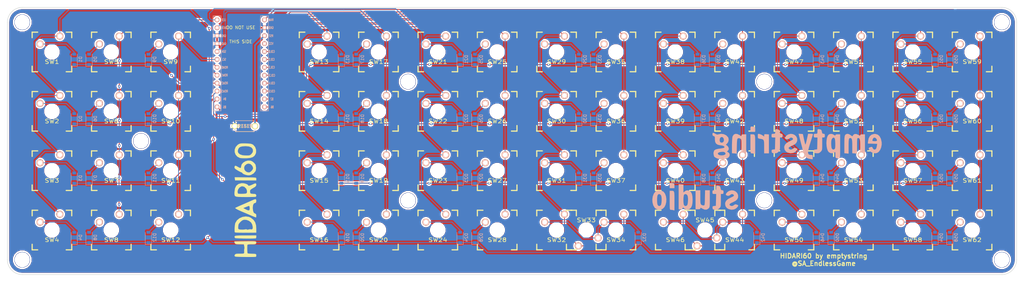
<source format=kicad_pcb>
(kicad_pcb (version 20171130) (host pcbnew "(5.0.1-3-g963ef8bb5)")
  (layers (0 F.Cu signal) (31 B.Cu signal) (34 B.Paste user) (35 F.Paste user) (36 B.SilkS user) (37 F.SilkS user) (38 B.Mask user) (39 F.Mask user) (44 Edge.Cuts user))
  (net 0 "")
  (net 1 r0)
  (net 2 "Net-(D1-Pad2)")
  (net 3 "Net-(D2-Pad2)")
  (net 4 r1)
  (net 5 r2)
  (net 6 "Net-(D3-Pad2)")
  (net 7 "Net-(D4-Pad2)")
  (net 8 r3)
  (net 9 "Net-(D5-Pad2)")
  (net 10 "Net-(D6-Pad2)")
  (net 11 "Net-(D7-Pad2)")
  (net 12 "Net-(D8-Pad2)")
  (net 13 "Net-(D9-Pad2)")
  (net 14 "Net-(D10-Pad2)")
  (net 15 "Net-(D11-Pad2)")
  (net 16 "Net-(D12-Pad2)")
  (net 17 "Net-(D13-Pad2)")
  (net 18 "Net-(D14-Pad2)")
  (net 19 "Net-(D15-Pad2)")
  (net 20 "Net-(D16-Pad2)")
  (net 21 "Net-(D17-Pad2)")
  (net 22 "Net-(D18-Pad2)")
  (net 23 "Net-(D19-Pad2)")
  (net 24 "Net-(D20-Pad2)")
  (net 25 "Net-(D21-Pad2)")
  (net 26 "Net-(D22-Pad2)")
  (net 27 "Net-(D23-Pad2)")
  (net 28 "Net-(D24-Pad2)")
  (net 29 "Net-(D25-Pad2)")
  (net 30 "Net-(D26-Pad2)")
  (net 31 "Net-(D27-Pad2)")
  (net 32 "Net-(D28-Pad2)")
  (net 33 "Net-(D29-Pad2)")
  (net 34 "Net-(D30-Pad2)")
  (net 35 "Net-(D31-Pad2)")
  (net 36 "Net-(D32-Pad2)")
  (net 37 "Net-(D33-Pad2)")
  (net 38 "Net-(D34-Pad2)")
  (net 39 "Net-(D35-Pad2)")
  (net 40 "Net-(D36-Pad2)")
  (net 41 "Net-(D37-Pad2)")
  (net 42 "Net-(D38-Pad2)")
  (net 43 "Net-(D39-Pad2)")
  (net 44 "Net-(D40-Pad2)")
  (net 45 "Net-(D41-Pad2)")
  (net 46 "Net-(D42-Pad2)")
  (net 47 "Net-(D43-Pad2)")
  (net 48 "Net-(D44-Pad2)")
  (net 49 "Net-(D45-Pad2)")
  (net 50 "Net-(D46-Pad2)")
  (net 51 "Net-(D47-Pad2)")
  (net 52 "Net-(D48-Pad2)")
  (net 53 "Net-(D49-Pad2)")
  (net 54 "Net-(D50-Pad2)")
  (net 55 "Net-(D51-Pad2)")
  (net 56 "Net-(D52-Pad2)")
  (net 57 "Net-(D53-Pad2)")
  (net 58 "Net-(D54-Pad2)")
  (net 59 "Net-(D55-Pad2)")
  (net 60 "Net-(D56-Pad2)")
  (net 61 "Net-(D57-Pad2)")
  (net 62 "Net-(D58-Pad2)")
  (net 63 c0)
  (net 64 c1)
  (net 65 c2)
  (net 66 c3)
  (net 67 c4)
  (net 68 c5)
  (net 69 c6)
  (net 70 c7)
  (net 71 c8)
  (net 72 c9)
  (net 73 c10)
  (net 74 c11)
  (net 75 c12)
  (net 76 c13)
  (net 77 c14)
  (net 78 reset)
  (net 79 GND)
  (net 80 VCC)
  (module Keebio-Parts:MX_Plate_100H (layer F.Cu) (at 333.375 190.5)
    (fp_text reference SW61 (at 0 3.175) (layer F.SilkS) (effects (font (size 1.27 1.524) (thickness 0.2032))))
    (fp_text value SW_PUSH hide)
    (pad HOLE np_thru_hole circle (at 0 0) (size 3.9878 3.9878) (drill 3.9878) (layers *.Cu))
    (pad 2 thru_hole circle (at -3.81 -2.54) (size 2.286 2.286) (drill 1.4986) (layers *.Cu *.SilkS *.Mask) (net 61 "Net-(D57-Pad2)"))
    (pad 1 thru_hole circle (at 2.54 -5.08) (size 2.286 2.286) (drill 1.4986) (layers *.Cu *.SilkS *.Mask) (net 77 c14))
  )
  (module Keebio-Parts:MX_Plate_100H (layer F.Cu) (at 333.375 209.55)
    (fp_text reference SW62 (at 0 3.175) (layer F.SilkS) (effects (font (size 1.27 1.524) (thickness 0.2032))))
    (fp_text value SW_PUSH hide)
    (pad 1 thru_hole circle (at 2.54 -5.08) (size 2.286 2.286) (drill 1.4986) (layers *.Cu *.SilkS *.Mask) (net 77 c14))
    (pad 2 thru_hole circle (at -3.81 -2.54) (size 2.286 2.286) (drill 1.4986) (layers *.Cu *.SilkS *.Mask) (net 62 "Net-(D58-Pad2)"))
    (pad HOLE np_thru_hole circle (at 0 0) (size 3.9878 3.9878) (drill 3.9878) (layers *.Cu))
  )
  (module kbd:ResetSW (layer F.Cu) (at 100.0125 176.2125)
    (fp_text reference SW63 hide)
    (fp_text value SW_PUSH)
    (fp_text user RESET (at 0.127 0) (layer B.SilkS) (effects (justify mirror)))
    (fp_text user RESET (at 0 0) (layer F.SilkS))
    (pad 1 thru_hole circle (at 3.25 0) (size 2 2) (drill 1.3) (layers *.Cu *.Mask F.SilkS) (net 78 reset))
    (pad 2 thru_hole circle (at -3.25 0) (size 2 2) (drill 1.3) (layers *.Cu *.Mask F.SilkS) (net 79 GND))
  )
  (module Keebio-Parts:MX_Plate_100H (layer F.Cu) (at 276.225 190.5)
    (fp_text reference SW49 (at 0 3.175) (layer F.SilkS) (effects (font (size 1.27 1.524) (thickness 0.2032))))
    (fp_text value SW_PUSH hide)
    (pad 1 thru_hole circle (at 2.54 -5.08) (size 2.286 2.286) (drill 1.4986) (layers *.Cu *.SilkS *.Mask) (net 74 c11))
    (pad 2 thru_hole circle (at -3.81 -2.54) (size 2.286 2.286) (drill 1.4986) (layers *.Cu *.SilkS *.Mask) (net 49 "Net-(D45-Pad2)"))
    (pad HOLE np_thru_hole circle (at 0 0) (size 3.9878 3.9878) (drill 3.9878) (layers *.Cu))
  )
  (module Keebio-Parts:MX_Plate_100H (layer F.Cu) (at 38.1 171.45)
    (fp_text reference SW2 (at 0 3.175) (layer F.SilkS) (effects (font (size 1.27 1.524) (thickness 0.2032))))
    (fp_text value SW_PUSH hide)
    (pad HOLE np_thru_hole circle (at 0 0) (size 3.9878 3.9878) (drill 3.9878) (layers *.Cu))
    (pad 2 thru_hole circle (at -3.81 -2.54) (size 2.286 2.286) (drill 1.4986) (layers *.Cu *.SilkS *.Mask) (net 3 "Net-(D2-Pad2)"))
    (pad 1 thru_hole circle (at 2.54 -5.08) (size 2.286 2.286) (drill 1.4986) (layers *.Cu *.SilkS *.Mask) (net 63 c0))
  )
  (module Keebio-Parts:MX_Plate_100H (layer F.Cu) (at 76.2 209.55)
    (fp_text reference SW12 (at 0 3.175) (layer F.SilkS) (effects (font (size 1.27 1.524) (thickness 0.2032))))
    (fp_text value SW_PUSH hide)
    (pad HOLE np_thru_hole circle (at 0 0) (size 3.9878 3.9878) (drill 3.9878) (layers *.Cu))
    (pad 2 thru_hole circle (at -3.81 -2.54) (size 2.286 2.286) (drill 1.4986) (layers *.Cu *.SilkS *.Mask) (net 16 "Net-(D12-Pad2)"))
    (pad 1 thru_hole circle (at 2.54 -5.08) (size 2.286 2.286) (drill 1.4986) (layers *.Cu *.SilkS *.Mask) (net 65 c2))
  )
  (module Keebio-Parts:MX_Plate_100H (layer F.Cu) (at 38.1 152.4)
    (fp_text reference SW1 (at 0 3.175) (layer F.SilkS) (effects (font (size 1.27 1.524) (thickness 0.2032))))
    (fp_text value SW_PUSH hide)
    (pad 1 thru_hole circle (at 2.54 -5.08) (size 2.286 2.286) (drill 1.4986) (layers *.Cu *.SilkS *.Mask) (net 63 c0))
    (pad 2 thru_hole circle (at -3.81 -2.54) (size 2.286 2.286) (drill 1.4986) (layers *.Cu *.SilkS *.Mask) (net 2 "Net-(D1-Pad2)"))
    (pad HOLE np_thru_hole circle (at 0 0) (size 3.9878 3.9878) (drill 3.9878) (layers *.Cu))
  )
  (module Diode_SMD:D_SOD-123 (layer B.Cu) (at 45.24375 154.78125 90)
    (fp_text reference D1 (at 0 2 90) (layer B.SilkS) (effects (justify mirror)))
    (fp_text value D)
    (pad 1 smd rect (at -1.65 0 90) (size 0.9 1.2) (layers B.Cu B.Paste B.Mask) (net 1 r0))
    (pad 2 smd rect (at 1.65 0 90) (size 0.9 1.2) (layers B.Cu B.Paste B.Mask) (net 2 "Net-(D1-Pad2)"))
  )
  (module Diode_SMD:D_SOD-123 (layer B.Cu) (at 45.24375 173.83125 90)
    (fp_text reference D2 (at 0 2 90) (layer B.SilkS) (effects (justify mirror)))
    (fp_text value D)
    (pad 2 smd rect (at 1.65 0 90) (size 0.9 1.2) (layers B.Cu B.Paste B.Mask) (net 3 "Net-(D2-Pad2)"))
    (pad 1 smd rect (at -1.65 0 90) (size 0.9 1.2) (layers B.Cu B.Paste B.Mask) (net 4 r1))
  )
  (module Diode_SMD:D_SOD-123 (layer B.Cu) (at 45.24375 192.88125 90)
    (fp_text reference D3 (at 0 2 90) (layer B.SilkS) (effects (justify mirror)))
    (fp_text value D)
    (pad 1 smd rect (at -1.65 0 90) (size 0.9 1.2) (layers B.Cu B.Paste B.Mask) (net 5 r2))
    (pad 2 smd rect (at 1.65 0 90) (size 0.9 1.2) (layers B.Cu B.Paste B.Mask) (net 6 "Net-(D3-Pad2)"))
  )
  (module Diode_SMD:D_SOD-123 (layer B.Cu) (at 45.24375 211.93125 90)
    (fp_text reference D4 (at 0 2 90) (layer B.SilkS) (effects (justify mirror)))
    (fp_text value D)
    (pad 2 smd rect (at 1.65 0 90) (size 0.9 1.2) (layers B.Cu B.Paste B.Mask) (net 7 "Net-(D4-Pad2)"))
    (pad 1 smd rect (at -1.65 0 90) (size 0.9 1.2) (layers B.Cu B.Paste B.Mask) (net 8 r3))
  )
  (module Diode_SMD:D_SOD-123 (layer B.Cu) (at 50.00625 154.78125 90)
    (fp_text reference D5 (at 0 2 90) (layer B.SilkS) (effects (justify mirror)))
    (fp_text value D)
    (pad 2 smd rect (at 1.65 0 90) (size 0.9 1.2) (layers B.Cu B.Paste B.Mask) (net 9 "Net-(D5-Pad2)"))
    (pad 1 smd rect (at -1.65 0 90) (size 0.9 1.2) (layers B.Cu B.Paste B.Mask) (net 1 r0))
  )
  (module Diode_SMD:D_SOD-123 (layer B.Cu) (at 50.00625 173.83125 90)
    (fp_text reference D6 (at 0 2 90) (layer B.SilkS) (effects (justify mirror)))
    (fp_text value D)
    (pad 1 smd rect (at -1.65 0 90) (size 0.9 1.2) (layers B.Cu B.Paste B.Mask) (net 4 r1))
    (pad 2 smd rect (at 1.65 0 90) (size 0.9 1.2) (layers B.Cu B.Paste B.Mask) (net 10 "Net-(D6-Pad2)"))
  )
  (module Diode_SMD:D_SOD-123 (layer B.Cu) (at 50.00625 192.88125 90)
    (fp_text reference D7 (at 0 2 90) (layer B.SilkS) (effects (justify mirror)))
    (fp_text value D)
    (pad 2 smd rect (at 1.65 0 90) (size 0.9 1.2) (layers B.Cu B.Paste B.Mask) (net 11 "Net-(D7-Pad2)"))
    (pad 1 smd rect (at -1.65 0 90) (size 0.9 1.2) (layers B.Cu B.Paste B.Mask) (net 5 r2))
  )
  (module Diode_SMD:D_SOD-123 (layer B.Cu) (at 50.00625 211.93125 90)
    (fp_text reference D8 (at 0 2 90) (layer B.SilkS) (effects (justify mirror)))
    (fp_text value D)
    (pad 1 smd rect (at -1.65 0 90) (size 0.9 1.2) (layers B.Cu B.Paste B.Mask) (net 8 r3))
    (pad 2 smd rect (at 1.65 0 90) (size 0.9 1.2) (layers B.Cu B.Paste B.Mask) (net 12 "Net-(D8-Pad2)"))
  )
  (module Diode_SMD:D_SOD-123 (layer B.Cu) (at 69.05625 154.78125 90)
    (fp_text reference D9 (at 0 2 90) (layer B.SilkS) (effects (justify mirror)))
    (fp_text value D)
    (pad 1 smd rect (at -1.65 0 90) (size 0.9 1.2) (layers B.Cu B.Paste B.Mask) (net 1 r0))
    (pad 2 smd rect (at 1.65 0 90) (size 0.9 1.2) (layers B.Cu B.Paste B.Mask) (net 13 "Net-(D9-Pad2)"))
  )
  (module Diode_SMD:D_SOD-123 (layer B.Cu) (at 69.05625 173.83125 90)
    (fp_text reference D10 (at 0 2 90) (layer B.SilkS) (effects (justify mirror)))
    (fp_text value D)
    (pad 2 smd rect (at 1.65 0 90) (size 0.9 1.2) (layers B.Cu B.Paste B.Mask) (net 14 "Net-(D10-Pad2)"))
    (pad 1 smd rect (at -1.65 0 90) (size 0.9 1.2) (layers B.Cu B.Paste B.Mask) (net 4 r1))
  )
  (module Diode_SMD:D_SOD-123 (layer B.Cu) (at 69.05625 192.88125 90)
    (fp_text reference D11 (at 0 2 90) (layer B.SilkS) (effects (justify mirror)))
    (fp_text value D)
    (pad 1 smd rect (at -1.65 0 90) (size 0.9 1.2) (layers B.Cu B.Paste B.Mask) (net 5 r2))
    (pad 2 smd rect (at 1.65 0 90) (size 0.9 1.2) (layers B.Cu B.Paste B.Mask) (net 15 "Net-(D11-Pad2)"))
  )
  (module Diode_SMD:D_SOD-123 (layer B.Cu) (at 69.05625 211.93125 90)
    (fp_text reference D12 (at 0 2 90) (layer B.SilkS) (effects (justify mirror)))
    (fp_text value D)
    (pad 2 smd rect (at 1.65 0 90) (size 0.9 1.2) (layers B.Cu B.Paste B.Mask) (net 16 "Net-(D12-Pad2)"))
    (pad 1 smd rect (at -1.65 0 90) (size 0.9 1.2) (layers B.Cu B.Paste B.Mask) (net 8 r3))
  )
  (module Diode_SMD:D_SOD-123 (layer B.Cu) (at 130.96875 154.78125 90)
    (fp_text reference D13 (at 0 2 90) (layer B.SilkS) (effects (justify mirror)))
    (fp_text value D)
    (pad 1 smd rect (at -1.65 0 90) (size 0.9 1.2) (layers B.Cu B.Paste B.Mask) (net 1 r0))
    (pad 2 smd rect (at 1.65 0 90) (size 0.9 1.2) (layers B.Cu B.Paste B.Mask) (net 17 "Net-(D13-Pad2)"))
  )
  (module Diode_SMD:D_SOD-123 (layer B.Cu) (at 130.96875 173.83125 90)
    (fp_text reference D14 (at 0 2 90) (layer B.SilkS) (effects (justify mirror)))
    (fp_text value D)
    (pad 1 smd rect (at -1.65 0 90) (size 0.9 1.2) (layers B.Cu B.Paste B.Mask) (net 4 r1))
    (pad 2 smd rect (at 1.65 0 90) (size 0.9 1.2) (layers B.Cu B.Paste B.Mask) (net 18 "Net-(D14-Pad2)"))
  )
  (module Diode_SMD:D_SOD-123 (layer B.Cu) (at 130.96875 192.88125 90)
    (fp_text reference D15 (at 0 2 90) (layer B.SilkS) (effects (justify mirror)))
    (fp_text value D)
    (pad 1 smd rect (at -1.65 0 90) (size 0.9 1.2) (layers B.Cu B.Paste B.Mask) (net 5 r2))
    (pad 2 smd rect (at 1.65 0 90) (size 0.9 1.2) (layers B.Cu B.Paste B.Mask) (net 19 "Net-(D15-Pad2)"))
  )
  (module Diode_SMD:D_SOD-123 (layer B.Cu) (at 130.96875 211.93125 90)
    (fp_text reference D16 (at 0 2 90) (layer B.SilkS) (effects (justify mirror)))
    (fp_text value D)
    (pad 1 smd rect (at -1.65 0 90) (size 0.9 1.2) (layers B.Cu B.Paste B.Mask) (net 8 r3))
    (pad 2 smd rect (at 1.65 0 90) (size 0.9 1.2) (layers B.Cu B.Paste B.Mask) (net 20 "Net-(D16-Pad2)"))
  )
  (module Diode_SMD:D_SOD-123 (layer B.Cu) (at 135.73125 154.78125 90)
    (fp_text reference D17 (at 0 2 90) (layer B.SilkS) (effects (justify mirror)))
    (fp_text value D)
    (pad 2 smd rect (at 1.65 0 90) (size 0.9 1.2) (layers B.Cu B.Paste B.Mask) (net 21 "Net-(D17-Pad2)"))
    (pad 1 smd rect (at -1.65 0 90) (size 0.9 1.2) (layers B.Cu B.Paste B.Mask) (net 1 r0))
  )
  (module Diode_SMD:D_SOD-123 (layer B.Cu) (at 135.73125 173.83125 90)
    (fp_text reference D18 (at 0 2 90) (layer B.SilkS) (effects (justify mirror)))
    (fp_text value D)
    (pad 2 smd rect (at 1.65 0 90) (size 0.9 1.2) (layers B.Cu B.Paste B.Mask) (net 22 "Net-(D18-Pad2)"))
    (pad 1 smd rect (at -1.65 0 90) (size 0.9 1.2) (layers B.Cu B.Paste B.Mask) (net 4 r1))
  )
  (module Diode_SMD:D_SOD-123 (layer B.Cu) (at 135.73125 192.88125 90)
    (fp_text reference D19 (at 0 2 90) (layer B.SilkS) (effects (justify mirror)))
    (fp_text value D)
    (pad 2 smd rect (at 1.65 0 90) (size 0.9 1.2) (layers B.Cu B.Paste B.Mask) (net 23 "Net-(D19-Pad2)"))
    (pad 1 smd rect (at -1.65 0 90) (size 0.9 1.2) (layers B.Cu B.Paste B.Mask) (net 5 r2))
  )
  (module Diode_SMD:D_SOD-123 (layer B.Cu) (at 135.73125 211.93125 90)
    (fp_text reference D20 (at 0 2 90) (layer B.SilkS) (effects (justify mirror)))
    (fp_text value D)
    (pad 2 smd rect (at 1.65 0 90) (size 0.9 1.2) (layers B.Cu B.Paste B.Mask) (net 24 "Net-(D20-Pad2)"))
    (pad 1 smd rect (at -1.65 0 90) (size 0.9 1.2) (layers B.Cu B.Paste B.Mask) (net 8 r3))
  )
  (module Diode_SMD:D_SOD-123 (layer B.Cu) (at 169.06875 154.78125 90)
    (fp_text reference D21 (at 0 2 90) (layer B.SilkS) (effects (justify mirror)))
    (fp_text value D)
    (pad 1 smd rect (at -1.65 0 90) (size 0.9 1.2) (layers B.Cu B.Paste B.Mask) (net 1 r0))
    (pad 2 smd rect (at 1.65 0 90) (size 0.9 1.2) (layers B.Cu B.Paste B.Mask) (net 25 "Net-(D21-Pad2)"))
  )
  (module Diode_SMD:D_SOD-123 (layer B.Cu) (at 169.06875 173.83125 90)
    (fp_text reference D22 (at 0 2 90) (layer B.SilkS) (effects (justify mirror)))
    (fp_text value D)
    (pad 1 smd rect (at -1.65 0 90) (size 0.9 1.2) (layers B.Cu B.Paste B.Mask) (net 4 r1))
    (pad 2 smd rect (at 1.65 0 90) (size 0.9 1.2) (layers B.Cu B.Paste B.Mask) (net 26 "Net-(D22-Pad2)"))
  )
  (module Diode_SMD:D_SOD-123 (layer B.Cu) (at 169.06875 192.88125 90)
    (fp_text reference D23 (at 0 2 90) (layer B.SilkS) (effects (justify mirror)))
    (fp_text value D)
    (pad 1 smd rect (at -1.65 0 90) (size 0.9 1.2) (layers B.Cu B.Paste B.Mask) (net 5 r2))
    (pad 2 smd rect (at 1.65 0 90) (size 0.9 1.2) (layers B.Cu B.Paste B.Mask) (net 27 "Net-(D23-Pad2)"))
  )
  (module Diode_SMD:D_SOD-123 (layer B.Cu) (at 169.06875 211.93125 90)
    (fp_text reference D24 (at 0 2 90) (layer B.SilkS) (effects (justify mirror)))
    (fp_text value D)
    (pad 1 smd rect (at -1.65 0 90) (size 0.9 1.2) (layers B.Cu B.Paste B.Mask) (net 8 r3))
    (pad 2 smd rect (at 1.65 0 90) (size 0.9 1.2) (layers B.Cu B.Paste B.Mask) (net 28 "Net-(D24-Pad2)"))
  )
  (module Diode_SMD:D_SOD-123 (layer B.Cu) (at 173.83125 154.78125 90)
    (fp_text reference D25 (at 0 2 90) (layer B.SilkS) (effects (justify mirror)))
    (fp_text value D)
    (pad 2 smd rect (at 1.65 0 90) (size 0.9 1.2) (layers B.Cu B.Paste B.Mask) (net 29 "Net-(D25-Pad2)"))
    (pad 1 smd rect (at -1.65 0 90) (size 0.9 1.2) (layers B.Cu B.Paste B.Mask) (net 1 r0))
  )
  (module Diode_SMD:D_SOD-123 (layer B.Cu) (at 173.83125 173.83125 90)
    (fp_text reference D26 (at 0 2 90) (layer B.SilkS) (effects (justify mirror)))
    (fp_text value D)
    (pad 2 smd rect (at 1.65 0 90) (size 0.9 1.2) (layers B.Cu B.Paste B.Mask) (net 30 "Net-(D26-Pad2)"))
    (pad 1 smd rect (at -1.65 0 90) (size 0.9 1.2) (layers B.Cu B.Paste B.Mask) (net 4 r1))
  )
  (module Diode_SMD:D_SOD-123 (layer B.Cu) (at 173.83125 192.88125 90)
    (fp_text reference D27 (at 0 2 90) (layer B.SilkS) (effects (justify mirror)))
    (fp_text value D)
    (pad 2 smd rect (at 1.65 0 90) (size 0.9 1.2) (layers B.Cu B.Paste B.Mask) (net 31 "Net-(D27-Pad2)"))
    (pad 1 smd rect (at -1.65 0 90) (size 0.9 1.2) (layers B.Cu B.Paste B.Mask) (net 5 r2))
  )
  (module Diode_SMD:D_SOD-123 (layer B.Cu) (at 173.83125 211.93125 90)
    (fp_text reference D28 (at 0 2 90) (layer B.SilkS) (effects (justify mirror)))
    (fp_text value D)
    (pad 2 smd rect (at 1.65 0 90) (size 0.9 1.2) (layers B.Cu B.Paste B.Mask) (net 32 "Net-(D28-Pad2)"))
    (pad 1 smd rect (at -1.65 0 90) (size 0.9 1.2) (layers B.Cu B.Paste B.Mask) (net 8 r3))
  )
  (module Diode_SMD:D_SOD-123 (layer B.Cu) (at 207.16875 154.78125 90)
    (fp_text reference D29 (at 0 2 90) (layer B.SilkS) (effects (justify mirror)))
    (fp_text value D)
    (pad 1 smd rect (at -1.65 0 90) (size 0.9 1.2) (layers B.Cu B.Paste B.Mask) (net 1 r0))
    (pad 2 smd rect (at 1.65 0 90) (size 0.9 1.2) (layers B.Cu B.Paste B.Mask) (net 33 "Net-(D29-Pad2)"))
  )
  (module Diode_SMD:D_SOD-123 (layer B.Cu) (at 207.16875 173.83125 90)
    (fp_text reference D30 (at 0 2 90) (layer B.SilkS) (effects (justify mirror)))
    (fp_text value D)
    (pad 1 smd rect (at -1.65 0 90) (size 0.9 1.2) (layers B.Cu B.Paste B.Mask) (net 4 r1))
    (pad 2 smd rect (at 1.65 0 90) (size 0.9 1.2) (layers B.Cu B.Paste B.Mask) (net 34 "Net-(D30-Pad2)"))
  )
  (module Diode_SMD:D_SOD-123 (layer B.Cu) (at 207.16875 192.88125 90)
    (fp_text reference D31 (at 0 2 90) (layer B.SilkS) (effects (justify mirror)))
    (fp_text value D)
    (pad 1 smd rect (at -1.65 0 90) (size 0.9 1.2) (layers B.Cu B.Paste B.Mask) (net 5 r2))
    (pad 2 smd rect (at 1.65 0 90) (size 0.9 1.2) (layers B.Cu B.Paste B.Mask) (net 35 "Net-(D31-Pad2)"))
  )
  (module Diode_SMD:D_SOD-123 (layer B.Cu) (at 226.21875 211.93125 90)
    (fp_text reference D32 (at 0 2 90) (layer B.SilkS) (effects (justify mirror)))
    (fp_text value D)
    (pad 1 smd rect (at -1.65 0 90) (size 0.9 1.2) (layers B.Cu B.Paste B.Mask) (net 8 r3))
    (pad 2 smd rect (at 1.65 0 90) (size 0.9 1.2) (layers B.Cu B.Paste B.Mask) (net 36 "Net-(D32-Pad2)"))
  )
  (module Diode_SMD:D_SOD-123 (layer B.Cu) (at 211.93125 154.78125 90)
    (fp_text reference D33 (at 0 2 90) (layer B.SilkS) (effects (justify mirror)))
    (fp_text value D)
    (pad 2 smd rect (at 1.65 0 90) (size 0.9 1.2) (layers B.Cu B.Paste B.Mask) (net 37 "Net-(D33-Pad2)"))
    (pad 1 smd rect (at -1.65 0 90) (size 0.9 1.2) (layers B.Cu B.Paste B.Mask) (net 1 r0))
  )
  (module Diode_SMD:D_SOD-123 (layer B.Cu) (at 211.93125 173.83125 90)
    (fp_text reference D34 (at 0 2 90) (layer B.SilkS) (effects (justify mirror)))
    (fp_text value D)
    (pad 2 smd rect (at 1.65 0 90) (size 0.9 1.2) (layers B.Cu B.Paste B.Mask) (net 38 "Net-(D34-Pad2)"))
    (pad 1 smd rect (at -1.65 0 90) (size 0.9 1.2) (layers B.Cu B.Paste B.Mask) (net 4 r1))
  )
  (module Diode_SMD:D_SOD-123 (layer B.Cu) (at 211.93125 192.88125 90)
    (fp_text reference D35 (at 0 2 90) (layer B.SilkS) (effects (justify mirror)))
    (fp_text value D)
    (pad 2 smd rect (at 1.65 0 90) (size 0.9 1.2) (layers B.Cu B.Paste B.Mask) (net 39 "Net-(D35-Pad2)"))
    (pad 1 smd rect (at -1.65 0 90) (size 0.9 1.2) (layers B.Cu B.Paste B.Mask) (net 5 r2))
  )
  (module Diode_SMD:D_SOD-123 (layer B.Cu) (at 245.26875 154.78125 90)
    (fp_text reference D36 (at 0 2 90) (layer B.SilkS) (effects (justify mirror)))
    (fp_text value D)
    (pad 2 smd rect (at 1.65 0 90) (size 0.9 1.2) (layers B.Cu B.Paste B.Mask) (net 40 "Net-(D36-Pad2)"))
    (pad 1 smd rect (at -1.65 0 90) (size 0.9 1.2) (layers B.Cu B.Paste B.Mask) (net 1 r0))
  )
  (module Diode_SMD:D_SOD-123 (layer B.Cu) (at 245.26875 173.83125 90)
    (fp_text reference D37 (at 0 2 90) (layer B.SilkS) (effects (justify mirror)))
    (fp_text value D)
    (pad 1 smd rect (at -1.65 0 90) (size 0.9 1.2) (layers B.Cu B.Paste B.Mask) (net 4 r1))
    (pad 2 smd rect (at 1.65 0 90) (size 0.9 1.2) (layers B.Cu B.Paste B.Mask) (net 41 "Net-(D37-Pad2)"))
  )
  (module Diode_SMD:D_SOD-123 (layer B.Cu) (at 245.26875 192.88125 90)
    (fp_text reference D38 (at 0 2 90) (layer B.SilkS) (effects (justify mirror)))
    (fp_text value D)
    (pad 1 smd rect (at -1.65 0 90) (size 0.9 1.2) (layers B.Cu B.Paste B.Mask) (net 5 r2))
    (pad 2 smd rect (at 1.65 0 90) (size 0.9 1.2) (layers B.Cu B.Paste B.Mask) (net 42 "Net-(D38-Pad2)"))
  )
  (module Diode_SMD:D_SOD-123 (layer B.Cu) (at 250.03125 154.78125 90)
    (fp_text reference D39 (at 0 2 90) (layer B.SilkS) (effects (justify mirror)))
    (fp_text value D)
    (pad 1 smd rect (at -1.65 0 90) (size 0.9 1.2) (layers B.Cu B.Paste B.Mask) (net 1 r0))
    (pad 2 smd rect (at 1.65 0 90) (size 0.9 1.2) (layers B.Cu B.Paste B.Mask) (net 43 "Net-(D39-Pad2)"))
  )
  (module Diode_SMD:D_SOD-123 (layer B.Cu) (at 250.03125 173.83125 90)
    (fp_text reference D40 (at 0 2 90) (layer B.SilkS) (effects (justify mirror)))
    (fp_text value D)
    (pad 1 smd rect (at -1.65 0 90) (size 0.9 1.2) (layers B.Cu B.Paste B.Mask) (net 4 r1))
    (pad 2 smd rect (at 1.65 0 90) (size 0.9 1.2) (layers B.Cu B.Paste B.Mask) (net 44 "Net-(D40-Pad2)"))
  )
  (module Diode_SMD:D_SOD-123 (layer B.Cu) (at 250.03125 192.88125 90)
    (fp_text reference D41 (at 0 2 90) (layer B.SilkS) (effects (justify mirror)))
    (fp_text value D)
    (pad 2 smd rect (at 1.65 0 90) (size 0.9 1.2) (layers B.Cu B.Paste B.Mask) (net 45 "Net-(D41-Pad2)"))
    (pad 1 smd rect (at -1.65 0 90) (size 0.9 1.2) (layers B.Cu B.Paste B.Mask) (net 5 r2))
  )
  (module Diode_SMD:D_SOD-123 (layer B.Cu) (at 264.31875 211.93125 90)
    (fp_text reference D42 (at 0 2 90) (layer B.SilkS) (effects (justify mirror)))
    (fp_text value D)
    (pad 2 smd rect (at 1.65 0 90) (size 0.9 1.2) (layers B.Cu B.Paste B.Mask) (net 46 "Net-(D42-Pad2)"))
    (pad 1 smd rect (at -1.65 0 90) (size 0.9 1.2) (layers B.Cu B.Paste B.Mask) (net 8 r3))
  )
  (module Diode_SMD:D_SOD-123 (layer B.Cu) (at 283.36875 154.78125 90)
    (fp_text reference D43 (at 0 2 90) (layer B.SilkS) (effects (justify mirror)))
    (fp_text value D)
    (pad 2 smd rect (at 1.65 0 90) (size 0.9 1.2) (layers B.Cu B.Paste B.Mask) (net 47 "Net-(D43-Pad2)"))
    (pad 1 smd rect (at -1.65 0 90) (size 0.9 1.2) (layers B.Cu B.Paste B.Mask) (net 1 r0))
  )
  (module Diode_SMD:D_SOD-123 (layer B.Cu) (at 283.36875 173.83125 90)
    (fp_text reference D44 (at 0 2 90) (layer B.SilkS) (effects (justify mirror)))
    (fp_text value D)
    (pad 2 smd rect (at 1.65 0 90) (size 0.9 1.2) (layers B.Cu B.Paste B.Mask) (net 48 "Net-(D44-Pad2)"))
    (pad 1 smd rect (at -1.65 0 90) (size 0.9 1.2) (layers B.Cu B.Paste B.Mask) (net 4 r1))
  )
  (module Diode_SMD:D_SOD-123 (layer B.Cu) (at 283.36875 192.88125 90)
    (fp_text reference D45 (at 0 2 90) (layer B.SilkS) (effects (justify mirror)))
    (fp_text value D)
    (pad 1 smd rect (at -1.65 0 90) (size 0.9 1.2) (layers B.Cu B.Paste B.Mask) (net 5 r2))
    (pad 2 smd rect (at 1.65 0 90) (size 0.9 1.2) (layers B.Cu B.Paste B.Mask) (net 49 "Net-(D45-Pad2)"))
  )
  (module Diode_SMD:D_SOD-123 (layer B.Cu) (at 283.36875 211.93125 90)
    (fp_text reference D46 (at 0 2 90) (layer B.SilkS) (effects (justify mirror)))
    (fp_text value D)
    (pad 1 smd rect (at -1.65 0 90) (size 0.9 1.2) (layers B.Cu B.Paste B.Mask) (net 8 r3))
    (pad 2 smd rect (at 1.65 0 90) (size 0.9 1.2) (layers B.Cu B.Paste B.Mask) (net 50 "Net-(D46-Pad2)"))
  )
  (module Diode_SMD:D_SOD-123 (layer B.Cu) (at 288.13125 154.78125 90)
    (fp_text reference D47 (at 0 2 90) (layer B.SilkS) (effects (justify mirror)))
    (fp_text value D)
    (pad 1 smd rect (at -1.65 0 90) (size 0.9 1.2) (layers B.Cu B.Paste B.Mask) (net 1 r0))
    (pad 2 smd rect (at 1.65 0 90) (size 0.9 1.2) (layers B.Cu B.Paste B.Mask) (net 51 "Net-(D47-Pad2)"))
  )
  (module Diode_SMD:D_SOD-123 (layer B.Cu) (at 288.13125 173.83125 90)
    (fp_text reference D48 (at 0 2 90) (layer B.SilkS) (effects (justify mirror)))
    (fp_text value D)
    (pad 1 smd rect (at -1.65 0 90) (size 0.9 1.2) (layers B.Cu B.Paste B.Mask) (net 4 r1))
    (pad 2 smd rect (at 1.65 0 90) (size 0.9 1.2) (layers B.Cu B.Paste B.Mask) (net 52 "Net-(D48-Pad2)"))
  )
  (module Diode_SMD:D_SOD-123 (layer B.Cu) (at 288.13125 192.88125 90)
    (fp_text reference D49 (at 0 2 90) (layer B.SilkS) (effects (justify mirror)))
    (fp_text value D)
    (pad 2 smd rect (at 1.65 0 90) (size 0.9 1.2) (layers B.Cu B.Paste B.Mask) (net 53 "Net-(D49-Pad2)"))
    (pad 1 smd rect (at -1.65 0 90) (size 0.9 1.2) (layers B.Cu B.Paste B.Mask) (net 5 r2))
  )
  (module Diode_SMD:D_SOD-123 (layer B.Cu) (at 288.13125 211.93125 90)
    (fp_text reference D50 (at 0 2 90) (layer B.SilkS) (effects (justify mirror)))
    (fp_text value D)
    (pad 2 smd rect (at 1.65 0 90) (size 0.9 1.2) (layers B.Cu B.Paste B.Mask) (net 54 "Net-(D50-Pad2)"))
    (pad 1 smd rect (at -1.65 0 90) (size 0.9 1.2) (layers B.Cu B.Paste B.Mask) (net 8 r3))
  )
  (module Diode_SMD:D_SOD-123 (layer B.Cu) (at 321.46875 154.78125 90)
    (fp_text reference D51 (at 0 2 90) (layer B.SilkS) (effects (justify mirror)))
    (fp_text value D)
    (pad 2 smd rect (at 1.65 0 90) (size 0.9 1.2) (layers B.Cu B.Paste B.Mask) (net 55 "Net-(D51-Pad2)"))
    (pad 1 smd rect (at -1.65 0 90) (size 0.9 1.2) (layers B.Cu B.Paste B.Mask) (net 1 r0))
  )
  (module Diode_SMD:D_SOD-123 (layer B.Cu) (at 321.46875 173.83125 90)
    (fp_text reference D52 (at 0 2 90) (layer B.SilkS) (effects (justify mirror)))
    (fp_text value D)
    (pad 2 smd rect (at 1.65 0 90) (size 0.9 1.2) (layers B.Cu B.Paste B.Mask) (net 56 "Net-(D52-Pad2)"))
    (pad 1 smd rect (at -1.65 0 90) (size 0.9 1.2) (layers B.Cu B.Paste B.Mask) (net 4 r1))
  )
  (module Diode_SMD:D_SOD-123 (layer B.Cu) (at 321.46875 192.88125 90)
    (fp_text reference D53 (at 0 2 90) (layer B.SilkS) (effects (justify mirror)))
    (fp_text value D)
    (pad 1 smd rect (at -1.65 0 90) (size 0.9 1.2) (layers B.Cu B.Paste B.Mask) (net 5 r2))
    (pad 2 smd rect (at 1.65 0 90) (size 0.9 1.2) (layers B.Cu B.Paste B.Mask) (net 57 "Net-(D53-Pad2)"))
  )
  (module Diode_SMD:D_SOD-123 (layer B.Cu) (at 321.46875 211.93125 90)
    (fp_text reference D54 (at 0 2 90) (layer B.SilkS) (effects (justify mirror)))
    (fp_text value D)
    (pad 1 smd rect (at -1.65 0 90) (size 0.9 1.2) (layers B.Cu B.Paste B.Mask) (net 8 r3))
    (pad 2 smd rect (at 1.65 0 90) (size 0.9 1.2) (layers B.Cu B.Paste B.Mask) (net 58 "Net-(D54-Pad2)"))
  )
  (module Diode_SMD:D_SOD-123 (layer B.Cu) (at 326.23125 154.78125 90)
    (fp_text reference D55 (at 0 2 90) (layer B.SilkS) (effects (justify mirror)))
    (fp_text value D)
    (pad 1 smd rect (at -1.65 0 90) (size 0.9 1.2) (layers B.Cu B.Paste B.Mask) (net 1 r0))
    (pad 2 smd rect (at 1.65 0 90) (size 0.9 1.2) (layers B.Cu B.Paste B.Mask) (net 59 "Net-(D55-Pad2)"))
  )
  (module Diode_SMD:D_SOD-123 (layer B.Cu) (at 326.23125 173.83125 90)
    (fp_text reference D56 (at 0 2 90) (layer B.SilkS) (effects (justify mirror)))
    (fp_text value D)
    (pad 1 smd rect (at -1.65 0 90) (size 0.9 1.2) (layers B.Cu B.Paste B.Mask) (net 4 r1))
    (pad 2 smd rect (at 1.65 0 90) (size 0.9 1.2) (layers B.Cu B.Paste B.Mask) (net 60 "Net-(D56-Pad2)"))
  )
  (module Diode_SMD:D_SOD-123 (layer B.Cu) (at 326.23125 192.88125 90)
    (fp_text reference D57 (at 0 2 90) (layer B.SilkS) (effects (justify mirror)))
    (fp_text value D)
    (pad 2 smd rect (at 1.65 0 90) (size 0.9 1.2) (layers B.Cu B.Paste B.Mask) (net 61 "Net-(D57-Pad2)"))
    (pad 1 smd rect (at -1.65 0 90) (size 0.9 1.2) (layers B.Cu B.Paste B.Mask) (net 5 r2))
  )
  (module Diode_SMD:D_SOD-123 (layer B.Cu) (at 326.23125 211.93125 90)
    (fp_text reference D58 (at 0 2 90) (layer B.SilkS) (effects (justify mirror)))
    (fp_text value D)
    (pad 2 smd rect (at 1.65 0 90) (size 0.9 1.2) (layers B.Cu B.Paste B.Mask) (net 62 "Net-(D58-Pad2)"))
    (pad 1 smd rect (at -1.65 0 90) (size 0.9 1.2) (layers B.Cu B.Paste B.Mask) (net 8 r3))
  )
  (module Keebio-Parts:MX_Plate_100H (layer F.Cu) (at 38.1 190.5)
    (fp_text reference SW3 (at 0 3.175) (layer F.SilkS) (effects (font (size 1.27 1.524) (thickness 0.2032))))
    (fp_text value SW_PUSH hide)
    (pad 1 thru_hole circle (at 2.54 -5.08) (size 2.286 2.286) (drill 1.4986) (layers *.Cu *.SilkS *.Mask) (net 63 c0))
    (pad 2 thru_hole circle (at -3.81 -2.54) (size 2.286 2.286) (drill 1.4986) (layers *.Cu *.SilkS *.Mask) (net 6 "Net-(D3-Pad2)"))
    (pad HOLE np_thru_hole circle (at 0 0) (size 3.9878 3.9878) (drill 3.9878) (layers *.Cu))
  )
  (module Keebio-Parts:MX_Plate_100H (layer F.Cu) (at 38.1 209.55)
    (fp_text reference SW4 (at 0 3.175) (layer F.SilkS) (effects (font (size 1.27 1.524) (thickness 0.2032))))
    (fp_text value SW_PUSH hide)
    (pad HOLE np_thru_hole circle (at 0 0) (size 3.9878 3.9878) (drill 3.9878) (layers *.Cu))
    (pad 2 thru_hole circle (at -3.81 -2.54) (size 2.286 2.286) (drill 1.4986) (layers *.Cu *.SilkS *.Mask) (net 7 "Net-(D4-Pad2)"))
    (pad 1 thru_hole circle (at 2.54 -5.08) (size 2.286 2.286) (drill 1.4986) (layers *.Cu *.SilkS *.Mask) (net 63 c0))
  )
  (module Keebio-Parts:MX_Plate_100H (layer F.Cu) (at 57.15 152.4)
    (fp_text reference SW5 (at 0 3.175) (layer F.SilkS) (effects (font (size 1.27 1.524) (thickness 0.2032))))
    (fp_text value SW_PUSH hide)
    (pad 1 thru_hole circle (at 2.54 -5.08) (size 2.286 2.286) (drill 1.4986) (layers *.Cu *.SilkS *.Mask) (net 64 c1))
    (pad 2 thru_hole circle (at -3.81 -2.54) (size 2.286 2.286) (drill 1.4986) (layers *.Cu *.SilkS *.Mask) (net 9 "Net-(D5-Pad2)"))
    (pad HOLE np_thru_hole circle (at 0 0) (size 3.9878 3.9878) (drill 3.9878) (layers *.Cu))
  )
  (module Keebio-Parts:MX_Plate_100H (layer F.Cu) (at 57.15 171.45)
    (fp_text reference SW6 (at 0 3.175) (layer F.SilkS) (effects (font (size 1.27 1.524) (thickness 0.2032))))
    (fp_text value SW_PUSH hide)
    (pad HOLE np_thru_hole circle (at 0 0) (size 3.9878 3.9878) (drill 3.9878) (layers *.Cu))
    (pad 2 thru_hole circle (at -3.81 -2.54) (size 2.286 2.286) (drill 1.4986) (layers *.Cu *.SilkS *.Mask) (net 10 "Net-(D6-Pad2)"))
    (pad 1 thru_hole circle (at 2.54 -5.08) (size 2.286 2.286) (drill 1.4986) (layers *.Cu *.SilkS *.Mask) (net 64 c1))
  )
  (module Keebio-Parts:MX_Plate_100H (layer F.Cu) (at 57.15 190.5)
    (fp_text reference SW7 (at 0 3.175) (layer F.SilkS) (effects (font (size 1.27 1.524) (thickness 0.2032))))
    (fp_text value SW_PUSH hide)
    (pad 1 thru_hole circle (at 2.54 -5.08) (size 2.286 2.286) (drill 1.4986) (layers *.Cu *.SilkS *.Mask) (net 64 c1))
    (pad 2 thru_hole circle (at -3.81 -2.54) (size 2.286 2.286) (drill 1.4986) (layers *.Cu *.SilkS *.Mask) (net 11 "Net-(D7-Pad2)"))
    (pad HOLE np_thru_hole circle (at 0 0) (size 3.9878 3.9878) (drill 3.9878) (layers *.Cu))
  )
  (module Keebio-Parts:MX_Plate_100H (layer F.Cu) (at 57.15 209.55)
    (fp_text reference SW8 (at 0 3.175) (layer F.SilkS) (effects (font (size 1.27 1.524) (thickness 0.2032))))
    (fp_text value SW_PUSH hide)
    (pad HOLE np_thru_hole circle (at 0 0) (size 3.9878 3.9878) (drill 3.9878) (layers *.Cu))
    (pad 2 thru_hole circle (at -3.81 -2.54) (size 2.286 2.286) (drill 1.4986) (layers *.Cu *.SilkS *.Mask) (net 12 "Net-(D8-Pad2)"))
    (pad 1 thru_hole circle (at 2.54 -5.08) (size 2.286 2.286) (drill 1.4986) (layers *.Cu *.SilkS *.Mask) (net 64 c1))
  )
  (module Keebio-Parts:MX_Plate_100H (layer F.Cu) (at 76.2 152.4)
    (fp_text reference SW9 (at 0 3.175) (layer F.SilkS) (effects (font (size 1.27 1.524) (thickness 0.2032))))
    (fp_text value SW_PUSH hide)
    (pad 1 thru_hole circle (at 2.54 -5.08) (size 2.286 2.286) (drill 1.4986) (layers *.Cu *.SilkS *.Mask) (net 65 c2))
    (pad 2 thru_hole circle (at -3.81 -2.54) (size 2.286 2.286) (drill 1.4986) (layers *.Cu *.SilkS *.Mask) (net 13 "Net-(D9-Pad2)"))
    (pad HOLE np_thru_hole circle (at 0 0) (size 3.9878 3.9878) (drill 3.9878) (layers *.Cu))
  )
  (module Keebio-Parts:MX_Plate_100H (layer F.Cu) (at 76.2 171.45)
    (fp_text reference SW10 (at 0 3.175) (layer F.SilkS) (effects (font (size 1.27 1.524) (thickness 0.2032))))
    (fp_text value SW_PUSH hide)
    (pad HOLE np_thru_hole circle (at 0 0) (size 3.9878 3.9878) (drill 3.9878) (layers *.Cu))
    (pad 2 thru_hole circle (at -3.81 -2.54) (size 2.286 2.286) (drill 1.4986) (layers *.Cu *.SilkS *.Mask) (net 14 "Net-(D10-Pad2)"))
    (pad 1 thru_hole circle (at 2.54 -5.08) (size 2.286 2.286) (drill 1.4986) (layers *.Cu *.SilkS *.Mask) (net 65 c2))
  )
  (module Keebio-Parts:MX_Plate_100H (layer F.Cu) (at 76.2 190.5)
    (fp_text reference SW11 (at 0 3.175) (layer F.SilkS) (effects (font (size 1.27 1.524) (thickness 0.2032))))
    (fp_text value SW_PUSH hide)
    (pad 1 thru_hole circle (at 2.54 -5.08) (size 2.286 2.286) (drill 1.4986) (layers *.Cu *.SilkS *.Mask) (net 65 c2))
    (pad 2 thru_hole circle (at -3.81 -2.54) (size 2.286 2.286) (drill 1.4986) (layers *.Cu *.SilkS *.Mask) (net 15 "Net-(D11-Pad2)"))
    (pad HOLE np_thru_hole circle (at 0 0) (size 3.9878 3.9878) (drill 3.9878) (layers *.Cu))
  )
  (module Keebio-Parts:MX_Plate_100H (layer F.Cu) (at 123.825 152.4)
    (fp_text reference SW13 (at 0 3.175) (layer F.SilkS) (effects (font (size 1.27 1.524) (thickness 0.2032))))
    (fp_text value SW_PUSH hide)
    (pad 1 thru_hole circle (at 2.54 -5.08) (size 2.286 2.286) (drill 1.4986) (layers *.Cu *.SilkS *.Mask) (net 66 c3))
    (pad 2 thru_hole circle (at -3.81 -2.54) (size 2.286 2.286) (drill 1.4986) (layers *.Cu *.SilkS *.Mask) (net 17 "Net-(D13-Pad2)"))
    (pad HOLE np_thru_hole circle (at 0 0) (size 3.9878 3.9878) (drill 3.9878) (layers *.Cu))
  )
  (module Keebio-Parts:MX_Plate_100H (layer F.Cu) (at 123.825 171.45)
    (fp_text reference SW14 (at 0 3.175) (layer F.SilkS) (effects (font (size 1.27 1.524) (thickness 0.2032))))
    (fp_text value SW_PUSH hide)
    (pad HOLE np_thru_hole circle (at 0 0) (size 3.9878 3.9878) (drill 3.9878) (layers *.Cu))
    (pad 2 thru_hole circle (at -3.81 -2.54) (size 2.286 2.286) (drill 1.4986) (layers *.Cu *.SilkS *.Mask) (net 18 "Net-(D14-Pad2)"))
    (pad 1 thru_hole circle (at 2.54 -5.08) (size 2.286 2.286) (drill 1.4986) (layers *.Cu *.SilkS *.Mask) (net 66 c3))
  )
  (module Keebio-Parts:MX_Plate_100H (layer F.Cu) (at 123.825 190.5)
    (fp_text reference SW15 (at 0 3.175) (layer F.SilkS) (effects (font (size 1.27 1.524) (thickness 0.2032))))
    (fp_text value SW_PUSH hide)
    (pad 1 thru_hole circle (at 2.54 -5.08) (size 2.286 2.286) (drill 1.4986) (layers *.Cu *.SilkS *.Mask) (net 66 c3))
    (pad 2 thru_hole circle (at -3.81 -2.54) (size 2.286 2.286) (drill 1.4986) (layers *.Cu *.SilkS *.Mask) (net 19 "Net-(D15-Pad2)"))
    (pad HOLE np_thru_hole circle (at 0 0) (size 3.9878 3.9878) (drill 3.9878) (layers *.Cu))
  )
  (module Keebio-Parts:MX_Plate_100H (layer F.Cu) (at 123.825 209.55)
    (fp_text reference SW16 (at 0 3.175) (layer F.SilkS) (effects (font (size 1.27 1.524) (thickness 0.2032))))
    (fp_text value SW_PUSH hide)
    (pad HOLE np_thru_hole circle (at 0 0) (size 3.9878 3.9878) (drill 3.9878) (layers *.Cu))
    (pad 2 thru_hole circle (at -3.81 -2.54) (size 2.286 2.286) (drill 1.4986) (layers *.Cu *.SilkS *.Mask) (net 20 "Net-(D16-Pad2)"))
    (pad 1 thru_hole circle (at 2.54 -5.08) (size 2.286 2.286) (drill 1.4986) (layers *.Cu *.SilkS *.Mask) (net 66 c3))
  )
  (module Keebio-Parts:MX_Plate_100H (layer F.Cu) (at 142.875 152.4)
    (fp_text reference SW17 (at 0 3.175) (layer F.SilkS) (effects (font (size 1.27 1.524) (thickness 0.2032))))
    (fp_text value SW_PUSH hide)
    (pad 1 thru_hole circle (at 2.54 -5.08) (size 2.286 2.286) (drill 1.4986) (layers *.Cu *.SilkS *.Mask) (net 67 c4))
    (pad 2 thru_hole circle (at -3.81 -2.54) (size 2.286 2.286) (drill 1.4986) (layers *.Cu *.SilkS *.Mask) (net 21 "Net-(D17-Pad2)"))
    (pad HOLE np_thru_hole circle (at 0 0) (size 3.9878 3.9878) (drill 3.9878) (layers *.Cu))
  )
  (module Keebio-Parts:MX_Plate_100H (layer F.Cu) (at 142.875 171.45)
    (fp_text reference SW18 (at 0 3.175) (layer F.SilkS) (effects (font (size 1.27 1.524) (thickness 0.2032))))
    (fp_text value SW_PUSH hide)
    (pad HOLE np_thru_hole circle (at 0 0) (size 3.9878 3.9878) (drill 3.9878) (layers *.Cu))
    (pad 2 thru_hole circle (at -3.81 -2.54) (size 2.286 2.286) (drill 1.4986) (layers *.Cu *.SilkS *.Mask) (net 22 "Net-(D18-Pad2)"))
    (pad 1 thru_hole circle (at 2.54 -5.08) (size 2.286 2.286) (drill 1.4986) (layers *.Cu *.SilkS *.Mask) (net 67 c4))
  )
  (module Keebio-Parts:MX_Plate_100H (layer F.Cu) (at 142.875 190.5)
    (fp_text reference SW19 (at 0 3.175) (layer F.SilkS) (effects (font (size 1.27 1.524) (thickness 0.2032))))
    (fp_text value SW_PUSH hide)
    (pad 1 thru_hole circle (at 2.54 -5.08) (size 2.286 2.286) (drill 1.4986) (layers *.Cu *.SilkS *.Mask) (net 67 c4))
    (pad 2 thru_hole circle (at -3.81 -2.54) (size 2.286 2.286) (drill 1.4986) (layers *.Cu *.SilkS *.Mask) (net 23 "Net-(D19-Pad2)"))
    (pad HOLE np_thru_hole circle (at 0 0) (size 3.9878 3.9878) (drill 3.9878) (layers *.Cu))
  )
  (module Keebio-Parts:MX_Plate_100H (layer F.Cu) (at 142.875 209.55)
    (fp_text reference SW20 (at 0 3.175) (layer F.SilkS) (effects (font (size 1.27 1.524) (thickness 0.2032))))
    (fp_text value SW_PUSH hide)
    (pad HOLE np_thru_hole circle (at 0 0) (size 3.9878 3.9878) (drill 3.9878) (layers *.Cu))
    (pad 2 thru_hole circle (at -3.81 -2.54) (size 2.286 2.286) (drill 1.4986) (layers *.Cu *.SilkS *.Mask) (net 24 "Net-(D20-Pad2)"))
    (pad 1 thru_hole circle (at 2.54 -5.08) (size 2.286 2.286) (drill 1.4986) (layers *.Cu *.SilkS *.Mask) (net 67 c4))
  )
  (module Keebio-Parts:MX_Plate_100H (layer F.Cu) (at 161.925 152.4)
    (fp_text reference SW21 (at 0 3.175) (layer F.SilkS) (effects (font (size 1.27 1.524) (thickness 0.2032))))
    (fp_text value SW_PUSH hide)
    (pad 1 thru_hole circle (at 2.54 -5.08) (size 2.286 2.286) (drill 1.4986) (layers *.Cu *.SilkS *.Mask) (net 68 c5))
    (pad 2 thru_hole circle (at -3.81 -2.54) (size 2.286 2.286) (drill 1.4986) (layers *.Cu *.SilkS *.Mask) (net 25 "Net-(D21-Pad2)"))
    (pad HOLE np_thru_hole circle (at 0 0) (size 3.9878 3.9878) (drill 3.9878) (layers *.Cu))
  )
  (module Keebio-Parts:MX_Plate_100H (layer F.Cu) (at 161.925 171.45)
    (fp_text reference SW22 (at 0 3.175) (layer F.SilkS) (effects (font (size 1.27 1.524) (thickness 0.2032))))
    (fp_text value SW_PUSH hide)
    (pad HOLE np_thru_hole circle (at 0 0) (size 3.9878 3.9878) (drill 3.9878) (layers *.Cu))
    (pad 2 thru_hole circle (at -3.81 -2.54) (size 2.286 2.286) (drill 1.4986) (layers *.Cu *.SilkS *.Mask) (net 26 "Net-(D22-Pad2)"))
    (pad 1 thru_hole circle (at 2.54 -5.08) (size 2.286 2.286) (drill 1.4986) (layers *.Cu *.SilkS *.Mask) (net 68 c5))
  )
  (module Keebio-Parts:MX_Plate_100H (layer F.Cu) (at 161.925 190.5)
    (fp_text reference SW23 (at 0 3.175) (layer F.SilkS) (effects (font (size 1.27 1.524) (thickness 0.2032))))
    (fp_text value SW_PUSH hide)
    (pad 1 thru_hole circle (at 2.54 -5.08) (size 2.286 2.286) (drill 1.4986) (layers *.Cu *.SilkS *.Mask) (net 68 c5))
    (pad 2 thru_hole circle (at -3.81 -2.54) (size 2.286 2.286) (drill 1.4986) (layers *.Cu *.SilkS *.Mask) (net 27 "Net-(D23-Pad2)"))
    (pad HOLE np_thru_hole circle (at 0 0) (size 3.9878 3.9878) (drill 3.9878) (layers *.Cu))
  )
  (module Keebio-Parts:MX_Plate_100H (layer F.Cu) (at 161.925 209.55)
    (fp_text reference SW24 (at 0 3.175) (layer F.SilkS) (effects (font (size 1.27 1.524) (thickness 0.2032))))
    (fp_text value SW_PUSH hide)
    (pad HOLE np_thru_hole circle (at 0 0) (size 3.9878 3.9878) (drill 3.9878) (layers *.Cu))
    (pad 2 thru_hole circle (at -3.81 -2.54) (size 2.286 2.286) (drill 1.4986) (layers *.Cu *.SilkS *.Mask) (net 28 "Net-(D24-Pad2)"))
    (pad 1 thru_hole circle (at 2.54 -5.08) (size 2.286 2.286) (drill 1.4986) (layers *.Cu *.SilkS *.Mask) (net 68 c5))
  )
  (module Keebio-Parts:MX_Plate_100H (layer F.Cu) (at 180.975 152.4)
    (fp_text reference SW25 (at 0 3.175) (layer F.SilkS) (effects (font (size 1.27 1.524) (thickness 0.2032))))
    (fp_text value SW_PUSH hide)
    (pad 1 thru_hole circle (at 2.54 -5.08) (size 2.286 2.286) (drill 1.4986) (layers *.Cu *.SilkS *.Mask) (net 69 c6))
    (pad 2 thru_hole circle (at -3.81 -2.54) (size 2.286 2.286) (drill 1.4986) (layers *.Cu *.SilkS *.Mask) (net 29 "Net-(D25-Pad2)"))
    (pad HOLE np_thru_hole circle (at 0 0) (size 3.9878 3.9878) (drill 3.9878) (layers *.Cu))
  )
  (module Keebio-Parts:MX_Plate_100H (layer F.Cu) (at 180.975 171.45)
    (fp_text reference SW26 (at 0 3.175) (layer F.SilkS) (effects (font (size 1.27 1.524) (thickness 0.2032))))
    (fp_text value SW_PUSH hide)
    (pad HOLE np_thru_hole circle (at 0 0) (size 3.9878 3.9878) (drill 3.9878) (layers *.Cu))
    (pad 2 thru_hole circle (at -3.81 -2.54) (size 2.286 2.286) (drill 1.4986) (layers *.Cu *.SilkS *.Mask) (net 30 "Net-(D26-Pad2)"))
    (pad 1 thru_hole circle (at 2.54 -5.08) (size 2.286 2.286) (drill 1.4986) (layers *.Cu *.SilkS *.Mask) (net 69 c6))
  )
  (module Keebio-Parts:MX_Plate_100H (layer F.Cu) (at 180.975 190.5)
    (fp_text reference SW27 (at 0 3.175) (layer F.SilkS) (effects (font (size 1.27 1.524) (thickness 0.2032))))
    (fp_text value SW_PUSH hide)
    (pad 1 thru_hole circle (at 2.54 -5.08) (size 2.286 2.286) (drill 1.4986) (layers *.Cu *.SilkS *.Mask) (net 69 c6))
    (pad 2 thru_hole circle (at -3.81 -2.54) (size 2.286 2.286) (drill 1.4986) (layers *.Cu *.SilkS *.Mask) (net 31 "Net-(D27-Pad2)"))
    (pad HOLE np_thru_hole circle (at 0 0) (size 3.9878 3.9878) (drill 3.9878) (layers *.Cu))
  )
  (module Keebio-Parts:MX_Plate_100H (layer F.Cu) (at 180.975 209.55)
    (fp_text reference SW28 (at 0 3.175) (layer F.SilkS) (effects (font (size 1.27 1.524) (thickness 0.2032))))
    (fp_text value SW_PUSH hide)
    (pad HOLE np_thru_hole circle (at 0 0) (size 3.9878 3.9878) (drill 3.9878) (layers *.Cu))
    (pad 2 thru_hole circle (at -3.81 -2.54) (size 2.286 2.286) (drill 1.4986) (layers *.Cu *.SilkS *.Mask) (net 32 "Net-(D28-Pad2)"))
    (pad 1 thru_hole circle (at 2.54 -5.08) (size 2.286 2.286) (drill 1.4986) (layers *.Cu *.SilkS *.Mask) (net 69 c6))
  )
  (module Keebio-Parts:MX_Plate_100H (layer F.Cu) (at 200.025 152.4)
    (fp_text reference SW29 (at 0 3.175) (layer F.SilkS) (effects (font (size 1.27 1.524) (thickness 0.2032))))
    (fp_text value SW_PUSH hide)
    (pad 1 thru_hole circle (at 2.54 -5.08) (size 2.286 2.286) (drill 1.4986) (layers *.Cu *.SilkS *.Mask) (net 70 c7))
    (pad 2 thru_hole circle (at -3.81 -2.54) (size 2.286 2.286) (drill 1.4986) (layers *.Cu *.SilkS *.Mask) (net 33 "Net-(D29-Pad2)"))
    (pad HOLE np_thru_hole circle (at 0 0) (size 3.9878 3.9878) (drill 3.9878) (layers *.Cu))
  )
  (module Keebio-Parts:MX_Plate_100H (layer F.Cu) (at 200.025 171.45)
    (fp_text reference SW30 (at 0 3.175) (layer F.SilkS) (effects (font (size 1.27 1.524) (thickness 0.2032))))
    (fp_text value SW_PUSH hide)
    (pad HOLE np_thru_hole circle (at 0 0) (size 3.9878 3.9878) (drill 3.9878) (layers *.Cu))
    (pad 2 thru_hole circle (at -3.81 -2.54) (size 2.286 2.286) (drill 1.4986) (layers *.Cu *.SilkS *.Mask) (net 34 "Net-(D30-Pad2)"))
    (pad 1 thru_hole circle (at 2.54 -5.08) (size 2.286 2.286) (drill 1.4986) (layers *.Cu *.SilkS *.Mask) (net 70 c7))
  )
  (module Keebio-Parts:MX_Plate_100H (layer F.Cu) (at 200.025 190.5)
    (fp_text reference SW31 (at 0 3.175) (layer F.SilkS) (effects (font (size 1.27 1.524) (thickness 0.2032))))
    (fp_text value SW_PUSH hide)
    (pad 1 thru_hole circle (at 2.54 -5.08) (size 2.286 2.286) (drill 1.4986) (layers *.Cu *.SilkS *.Mask) (net 70 c7))
    (pad 2 thru_hole circle (at -3.81 -2.54) (size 2.286 2.286) (drill 1.4986) (layers *.Cu *.SilkS *.Mask) (net 35 "Net-(D31-Pad2)"))
    (pad HOLE np_thru_hole circle (at 0 0) (size 3.9878 3.9878) (drill 3.9878) (layers *.Cu))
  )
  (module Keebio-Parts:MX_Plate_100H (layer F.Cu) (at 200.025 209.55)
    (fp_text reference SW32 (at 0 3.175) (layer F.SilkS) (effects (font (size 1.27 1.524) (thickness 0.2032))))
    (fp_text value SW_PUSH hide)
    (pad HOLE np_thru_hole circle (at 0 0) (size 3.9878 3.9878) (drill 3.9878) (layers *.Cu))
    (pad 2 thru_hole circle (at -3.81 -2.54) (size 2.286 2.286) (drill 1.4986) (layers *.Cu *.SilkS *.Mask) (net 36 "Net-(D32-Pad2)"))
    (pad 1 thru_hole circle (at 2.54 -5.08) (size 2.286 2.286) (drill 1.4986) (layers *.Cu *.SilkS *.Mask) (net 70 c7))
  )
  (module Keebio-Parts:MX_Plate_100H (layer F.Cu) (at 209.55 209.55 180)
    (fp_text reference SW33 (at 0 3.175 180) (layer F.SilkS) (effects (font (size 1.27 1.524) (thickness 0.2032))))
    (fp_text value SW_PUSH hide)
    (pad 1 thru_hole circle (at 2.54 -5.08 180) (size 2.286 2.286) (drill 1.4986) (layers *.Cu *.SilkS *.Mask) (net 70 c7))
    (pad 2 thru_hole circle (at -3.81 -2.54 180) (size 2.286 2.286) (drill 1.4986) (layers *.Cu *.SilkS *.Mask) (net 36 "Net-(D32-Pad2)"))
    (pad HOLE np_thru_hole circle (at 0 0 180) (size 3.9878 3.9878) (drill 3.9878) (layers *.Cu))
  )
  (module Keebio-Parts:MX_Plate_100H (layer F.Cu) (at 219.075 209.55)
    (fp_text reference SW34 (at 0 3.175) (layer F.SilkS) (effects (font (size 1.27 1.524) (thickness 0.2032))))
    (fp_text value SW_PUSH hide)
    (pad HOLE np_thru_hole circle (at 0 0) (size 3.9878 3.9878) (drill 3.9878) (layers *.Cu))
    (pad 2 thru_hole circle (at -3.81 -2.54) (size 2.286 2.286) (drill 1.4986) (layers *.Cu *.SilkS *.Mask) (net 36 "Net-(D32-Pad2)"))
    (pad 1 thru_hole circle (at 2.54 -5.08) (size 2.286 2.286) (drill 1.4986) (layers *.Cu *.SilkS *.Mask) (net 70 c7))
  )
  (module Keebio-Parts:MX_Plate_100H (layer F.Cu) (at 219.075 152.4)
    (fp_text reference SW35 (at 0 3.175) (layer F.SilkS) (effects (font (size 1.27 1.524) (thickness 0.2032))))
    (fp_text value SW_PUSH hide)
    (pad 1 thru_hole circle (at 2.54 -5.08) (size 2.286 2.286) (drill 1.4986) (layers *.Cu *.SilkS *.Mask) (net 71 c8))
    (pad 2 thru_hole circle (at -3.81 -2.54) (size 2.286 2.286) (drill 1.4986) (layers *.Cu *.SilkS *.Mask) (net 37 "Net-(D33-Pad2)"))
    (pad HOLE np_thru_hole circle (at 0 0) (size 3.9878 3.9878) (drill 3.9878) (layers *.Cu))
  )
  (module Keebio-Parts:MX_Plate_100H (layer F.Cu) (at 219.075 171.45)
    (fp_text reference SW36 (at 0 3.175) (layer F.SilkS) (effects (font (size 1.27 1.524) (thickness 0.2032))))
    (fp_text value SW_PUSH hide)
    (pad HOLE np_thru_hole circle (at 0 0) (size 3.9878 3.9878) (drill 3.9878) (layers *.Cu))
    (pad 2 thru_hole circle (at -3.81 -2.54) (size 2.286 2.286) (drill 1.4986) (layers *.Cu *.SilkS *.Mask) (net 38 "Net-(D34-Pad2)"))
    (pad 1 thru_hole circle (at 2.54 -5.08) (size 2.286 2.286) (drill 1.4986) (layers *.Cu *.SilkS *.Mask) (net 71 c8))
  )
  (module Keebio-Parts:MX_Plate_100H (layer F.Cu) (at 219.075 190.5)
    (fp_text reference SW37 (at 0 3.175) (layer F.SilkS) (effects (font (size 1.27 1.524) (thickness 0.2032))))
    (fp_text value SW_PUSH hide)
    (pad 1 thru_hole circle (at 2.54 -5.08) (size 2.286 2.286) (drill 1.4986) (layers *.Cu *.SilkS *.Mask) (net 71 c8))
    (pad 2 thru_hole circle (at -3.81 -2.54) (size 2.286 2.286) (drill 1.4986) (layers *.Cu *.SilkS *.Mask) (net 39 "Net-(D35-Pad2)"))
    (pad HOLE np_thru_hole circle (at 0 0) (size 3.9878 3.9878) (drill 3.9878) (layers *.Cu))
  )
  (module Keebio-Parts:MX_Plate_100H (layer F.Cu) (at 238.125 152.4)
    (fp_text reference SW38 (at 0 3.175) (layer F.SilkS) (effects (font (size 1.27 1.524) (thickness 0.2032))))
    (fp_text value SW_PUSH hide)
    (pad HOLE np_thru_hole circle (at 0 0) (size 3.9878 3.9878) (drill 3.9878) (layers *.Cu))
    (pad 2 thru_hole circle (at -3.81 -2.54) (size 2.286 2.286) (drill 1.4986) (layers *.Cu *.SilkS *.Mask) (net 40 "Net-(D36-Pad2)"))
    (pad 1 thru_hole circle (at 2.54 -5.08) (size 2.286 2.286) (drill 1.4986) (layers *.Cu *.SilkS *.Mask) (net 72 c9))
  )
  (module Keebio-Parts:MX_Plate_100H (layer F.Cu) (at 238.125 171.45)
    (fp_text reference SW39 (at 0 3.175) (layer F.SilkS) (effects (font (size 1.27 1.524) (thickness 0.2032))))
    (fp_text value SW_PUSH hide)
    (pad 1 thru_hole circle (at 2.54 -5.08) (size 2.286 2.286) (drill 1.4986) (layers *.Cu *.SilkS *.Mask) (net 72 c9))
    (pad 2 thru_hole circle (at -3.81 -2.54) (size 2.286 2.286) (drill 1.4986) (layers *.Cu *.SilkS *.Mask) (net 41 "Net-(D37-Pad2)"))
    (pad HOLE np_thru_hole circle (at 0 0) (size 3.9878 3.9878) (drill 3.9878) (layers *.Cu))
  )
  (module Keebio-Parts:MX_Plate_100H (layer F.Cu) (at 238.125 190.5)
    (fp_text reference SW40 (at 0 3.175) (layer F.SilkS) (effects (font (size 1.27 1.524) (thickness 0.2032))))
    (fp_text value SW_PUSH hide)
    (pad HOLE np_thru_hole circle (at 0 0) (size 3.9878 3.9878) (drill 3.9878) (layers *.Cu))
    (pad 2 thru_hole circle (at -3.81 -2.54) (size 2.286 2.286) (drill 1.4986) (layers *.Cu *.SilkS *.Mask) (net 42 "Net-(D38-Pad2)"))
    (pad 1 thru_hole circle (at 2.54 -5.08) (size 2.286 2.286) (drill 1.4986) (layers *.Cu *.SilkS *.Mask) (net 72 c9))
  )
  (module Keebio-Parts:MX_Plate_100H (layer F.Cu) (at 257.175 152.4)
    (fp_text reference SW41 (at 0 3.175) (layer F.SilkS) (effects (font (size 1.27 1.524) (thickness 0.2032))))
    (fp_text value SW_PUSH hide)
    (pad 1 thru_hole circle (at 2.54 -5.08) (size 2.286 2.286) (drill 1.4986) (layers *.Cu *.SilkS *.Mask) (net 73 c10))
    (pad 2 thru_hole circle (at -3.81 -2.54) (size 2.286 2.286) (drill 1.4986) (layers *.Cu *.SilkS *.Mask) (net 43 "Net-(D39-Pad2)"))
    (pad HOLE np_thru_hole circle (at 0 0) (size 3.9878 3.9878) (drill 3.9878) (layers *.Cu))
  )
  (module Keebio-Parts:MX_Plate_100H (layer F.Cu) (at 257.175 171.45)
    (fp_text reference SW42 (at 0 3.175) (layer F.SilkS) (effects (font (size 1.27 1.524) (thickness 0.2032))))
    (fp_text value SW_PUSH hide)
    (pad HOLE np_thru_hole circle (at 0 0) (size 3.9878 3.9878) (drill 3.9878) (layers *.Cu))
    (pad 2 thru_hole circle (at -3.81 -2.54) (size 2.286 2.286) (drill 1.4986) (layers *.Cu *.SilkS *.Mask) (net 44 "Net-(D40-Pad2)"))
    (pad 1 thru_hole circle (at 2.54 -5.08) (size 2.286 2.286) (drill 1.4986) (layers *.Cu *.SilkS *.Mask) (net 73 c10))
  )
  (module Keebio-Parts:MX_Plate_100H (layer F.Cu) (at 257.175 190.5)
    (fp_text reference SW43 (at 0 3.175) (layer F.SilkS) (effects (font (size 1.27 1.524) (thickness 0.2032))))
    (fp_text value SW_PUSH hide)
    (pad 1 thru_hole circle (at 2.54 -5.08) (size 2.286 2.286) (drill 1.4986) (layers *.Cu *.SilkS *.Mask) (net 73 c10))
    (pad 2 thru_hole circle (at -3.81 -2.54) (size 2.286 2.286) (drill 1.4986) (layers *.Cu *.SilkS *.Mask) (net 45 "Net-(D41-Pad2)"))
    (pad HOLE np_thru_hole circle (at 0 0) (size 3.9878 3.9878) (drill 3.9878) (layers *.Cu))
  )
  (module Keebio-Parts:MX_Plate_100H (layer F.Cu) (at 257.175 209.55)
    (fp_text reference SW44 (at 0 3.175) (layer F.SilkS) (effects (font (size 1.27 1.524) (thickness 0.2032))))
    (fp_text value SW_PUSH hide)
    (pad HOLE np_thru_hole circle (at 0 0) (size 3.9878 3.9878) (drill 3.9878) (layers *.Cu))
    (pad 2 thru_hole circle (at -3.81 -2.54) (size 2.286 2.286) (drill 1.4986) (layers *.Cu *.SilkS *.Mask) (net 46 "Net-(D42-Pad2)"))
    (pad 1 thru_hole circle (at 2.54 -5.08) (size 2.286 2.286) (drill 1.4986) (layers *.Cu *.SilkS *.Mask) (net 73 c10))
  )
  (module Keebio-Parts:MX_Plate_100H (layer F.Cu) (at 247.65 209.55 180)
    (fp_text reference SW45 (at 0 3.175 180) (layer F.SilkS) (effects (font (size 1.27 1.524) (thickness 0.2032))))
    (fp_text value SW_PUSH hide)
    (pad 1 thru_hole circle (at 2.54 -5.08 180) (size 2.286 2.286) (drill 1.4986) (layers *.Cu *.SilkS *.Mask) (net 73 c10))
    (pad 2 thru_hole circle (at -3.81 -2.54 180) (size 2.286 2.286) (drill 1.4986) (layers *.Cu *.SilkS *.Mask) (net 46 "Net-(D42-Pad2)"))
    (pad HOLE np_thru_hole circle (at 0 0 180) (size 3.9878 3.9878) (drill 3.9878) (layers *.Cu))
  )
  (module Keebio-Parts:MX_Plate_100H (layer F.Cu) (at 238.125 209.55)
    (fp_text reference SW46 (at 0 3.175) (layer F.SilkS) (effects (font (size 1.27 1.524) (thickness 0.2032))))
    (fp_text value SW_PUSH hide)
    (pad HOLE np_thru_hole circle (at 0 0) (size 3.9878 3.9878) (drill 3.9878) (layers *.Cu))
    (pad 2 thru_hole circle (at -3.81 -2.54) (size 2.286 2.286) (drill 1.4986) (layers *.Cu *.SilkS *.Mask) (net 46 "Net-(D42-Pad2)"))
    (pad 1 thru_hole circle (at 2.54 -5.08) (size 2.286 2.286) (drill 1.4986) (layers *.Cu *.SilkS *.Mask) (net 73 c10))
  )
  (module Keebio-Parts:MX_Plate_100H (layer F.Cu) (at 276.225 152.4)
    (fp_text reference SW47 (at 0 3.175) (layer F.SilkS) (effects (font (size 1.27 1.524) (thickness 0.2032))))
    (fp_text value SW_PUSH hide)
    (pad 1 thru_hole circle (at 2.54 -5.08) (size 2.286 2.286) (drill 1.4986) (layers *.Cu *.SilkS *.Mask) (net 74 c11))
    (pad 2 thru_hole circle (at -3.81 -2.54) (size 2.286 2.286) (drill 1.4986) (layers *.Cu *.SilkS *.Mask) (net 47 "Net-(D43-Pad2)"))
    (pad HOLE np_thru_hole circle (at 0 0) (size 3.9878 3.9878) (drill 3.9878) (layers *.Cu))
  )
  (module Keebio-Parts:MX_Plate_100H (layer F.Cu) (at 276.225 171.45)
    (fp_text reference SW48 (at 0 3.175) (layer F.SilkS) (effects (font (size 1.27 1.524) (thickness 0.2032))))
    (fp_text value SW_PUSH hide)
    (pad HOLE np_thru_hole circle (at 0 0) (size 3.9878 3.9878) (drill 3.9878) (layers *.Cu))
    (pad 2 thru_hole circle (at -3.81 -2.54) (size 2.286 2.286) (drill 1.4986) (layers *.Cu *.SilkS *.Mask) (net 48 "Net-(D44-Pad2)"))
    (pad 1 thru_hole circle (at 2.54 -5.08) (size 2.286 2.286) (drill 1.4986) (layers *.Cu *.SilkS *.Mask) (net 74 c11))
  )
  (module Keebio-Parts:MX_Plate_100H (layer F.Cu) (at 276.225 209.55)
    (fp_text reference SW50 (at 0 3.175) (layer F.SilkS) (effects (font (size 1.27 1.524) (thickness 0.2032))))
    (fp_text value SW_PUSH hide)
    (pad HOLE np_thru_hole circle (at 0 0) (size 3.9878 3.9878) (drill 3.9878) (layers *.Cu))
    (pad 2 thru_hole circle (at -3.81 -2.54) (size 2.286 2.286) (drill 1.4986) (layers *.Cu *.SilkS *.Mask) (net 50 "Net-(D46-Pad2)"))
    (pad 1 thru_hole circle (at 2.54 -5.08) (size 2.286 2.286) (drill 1.4986) (layers *.Cu *.SilkS *.Mask) (net 74 c11))
  )
  (module Keebio-Parts:MX_Plate_100H (layer F.Cu) (at 295.275 152.4)
    (fp_text reference SW51 (at 0 3.175) (layer F.SilkS) (effects (font (size 1.27 1.524) (thickness 0.2032))))
    (fp_text value SW_PUSH hide)
    (pad 1 thru_hole circle (at 2.54 -5.08) (size 2.286 2.286) (drill 1.4986) (layers *.Cu *.SilkS *.Mask) (net 75 c12))
    (pad 2 thru_hole circle (at -3.81 -2.54) (size 2.286 2.286) (drill 1.4986) (layers *.Cu *.SilkS *.Mask) (net 51 "Net-(D47-Pad2)"))
    (pad HOLE np_thru_hole circle (at 0 0) (size 3.9878 3.9878) (drill 3.9878) (layers *.Cu))
  )
  (module Keebio-Parts:MX_Plate_100H (layer F.Cu) (at 295.275 171.45)
    (fp_text reference SW52 (at 0 3.175) (layer F.SilkS) (effects (font (size 1.27 1.524) (thickness 0.2032))))
    (fp_text value SW_PUSH hide)
    (pad HOLE np_thru_hole circle (at 0 0) (size 3.9878 3.9878) (drill 3.9878) (layers *.Cu))
    (pad 2 thru_hole circle (at -3.81 -2.54) (size 2.286 2.286) (drill 1.4986) (layers *.Cu *.SilkS *.Mask) (net 52 "Net-(D48-Pad2)"))
    (pad 1 thru_hole circle (at 2.54 -5.08) (size 2.286 2.286) (drill 1.4986) (layers *.Cu *.SilkS *.Mask) (net 75 c12))
  )
  (module Keebio-Parts:MX_Plate_100H (layer F.Cu) (at 295.275 190.5)
    (fp_text reference SW53 (at 0 3.175) (layer F.SilkS) (effects (font (size 1.27 1.524) (thickness 0.2032))))
    (fp_text value SW_PUSH hide)
    (pad 1 thru_hole circle (at 2.54 -5.08) (size 2.286 2.286) (drill 1.4986) (layers *.Cu *.SilkS *.Mask) (net 75 c12))
    (pad 2 thru_hole circle (at -3.81 -2.54) (size 2.286 2.286) (drill 1.4986) (layers *.Cu *.SilkS *.Mask) (net 53 "Net-(D49-Pad2)"))
    (pad HOLE np_thru_hole circle (at 0 0) (size 3.9878 3.9878) (drill 3.9878) (layers *.Cu))
  )
  (module Keebio-Parts:MX_Plate_100H (layer F.Cu) (at 295.275 209.55)
    (fp_text reference SW54 (at 0 3.175) (layer F.SilkS) (effects (font (size 1.27 1.524) (thickness 0.2032))))
    (fp_text value SW_PUSH hide)
    (pad HOLE np_thru_hole circle (at 0 0) (size 3.9878 3.9878) (drill 3.9878) (layers *.Cu))
    (pad 2 thru_hole circle (at -3.81 -2.54) (size 2.286 2.286) (drill 1.4986) (layers *.Cu *.SilkS *.Mask) (net 54 "Net-(D50-Pad2)"))
    (pad 1 thru_hole circle (at 2.54 -5.08) (size 2.286 2.286) (drill 1.4986) (layers *.Cu *.SilkS *.Mask) (net 75 c12))
  )
  (module Keebio-Parts:MX_Plate_100H (layer F.Cu) (at 314.325 152.4)
    (fp_text reference SW55 (at 0 3.175) (layer F.SilkS) (effects (font (size 1.27 1.524) (thickness 0.2032))))
    (fp_text value SW_PUSH hide)
    (pad 1 thru_hole circle (at 2.54 -5.08) (size 2.286 2.286) (drill 1.4986) (layers *.Cu *.SilkS *.Mask) (net 76 c13))
    (pad 2 thru_hole circle (at -3.81 -2.54) (size 2.286 2.286) (drill 1.4986) (layers *.Cu *.SilkS *.Mask) (net 55 "Net-(D51-Pad2)"))
    (pad HOLE np_thru_hole circle (at 0 0) (size 3.9878 3.9878) (drill 3.9878) (layers *.Cu))
  )
  (module Keebio-Parts:MX_Plate_100H (layer F.Cu) (at 314.325 171.45)
    (fp_text reference SW56 (at 0 3.175) (layer F.SilkS) (effects (font (size 1.27 1.524) (thickness 0.2032))))
    (fp_text value SW_PUSH hide)
    (pad HOLE np_thru_hole circle (at 0 0) (size 3.9878 3.9878) (drill 3.9878) (layers *.Cu))
    (pad 2 thru_hole circle (at -3.81 -2.54) (size 2.286 2.286) (drill 1.4986) (layers *.Cu *.SilkS *.Mask) (net 56 "Net-(D52-Pad2)"))
    (pad 1 thru_hole circle (at 2.54 -5.08) (size 2.286 2.286) (drill 1.4986) (layers *.Cu *.SilkS *.Mask) (net 76 c13))
  )
  (module Keebio-Parts:MX_Plate_100H (layer F.Cu) (at 314.325 190.5)
    (fp_text reference SW57 (at 0 3.175) (layer F.SilkS) (effects (font (size 1.27 1.524) (thickness 0.2032))))
    (fp_text value SW_PUSH hide)
    (pad 1 thru_hole circle (at 2.54 -5.08) (size 2.286 2.286) (drill 1.4986) (layers *.Cu *.SilkS *.Mask) (net 76 c13))
    (pad 2 thru_hole circle (at -3.81 -2.54) (size 2.286 2.286) (drill 1.4986) (layers *.Cu *.SilkS *.Mask) (net 57 "Net-(D53-Pad2)"))
    (pad HOLE np_thru_hole circle (at 0 0) (size 3.9878 3.9878) (drill 3.9878) (layers *.Cu))
  )
  (module Keebio-Parts:MX_Plate_100H (layer F.Cu) (at 314.325 209.55)
    (fp_text reference SW58 (at 0 3.175) (layer F.SilkS) (effects (font (size 1.27 1.524) (thickness 0.2032))))
    (fp_text value SW_PUSH hide)
    (pad HOLE np_thru_hole circle (at 0 0) (size 3.9878 3.9878) (drill 3.9878) (layers *.Cu))
    (pad 2 thru_hole circle (at -3.81 -2.54) (size 2.286 2.286) (drill 1.4986) (layers *.Cu *.SilkS *.Mask) (net 58 "Net-(D54-Pad2)"))
    (pad 1 thru_hole circle (at 2.54 -5.08) (size 2.286 2.286) (drill 1.4986) (layers *.Cu *.SilkS *.Mask) (net 76 c13))
  )
  (module Keebio-Parts:MX_Plate_100H (layer F.Cu) (at 333.375 152.4)
    (fp_text reference SW59 (at 0 3.175) (layer F.SilkS) (effects (font (size 1.27 1.524) (thickness 0.2032))))
    (fp_text value SW_PUSH hide)
    (pad 1 thru_hole circle (at 2.54 -5.08) (size 2.286 2.286) (drill 1.4986) (layers *.Cu *.SilkS *.Mask) (net 77 c14))
    (pad 2 thru_hole circle (at -3.81 -2.54) (size 2.286 2.286) (drill 1.4986) (layers *.Cu *.SilkS *.Mask) (net 59 "Net-(D55-Pad2)"))
    (pad HOLE np_thru_hole circle (at 0 0) (size 3.9878 3.9878) (drill 3.9878) (layers *.Cu))
  )
  (module Keebio-Parts:MX_Plate_100H (layer F.Cu) (at 333.375 171.45)
    (fp_text reference SW60 (at 0 3.175) (layer F.SilkS) (effects (font (size 1.27 1.524) (thickness 0.2032))))
    (fp_text value SW_PUSH hide)
    (pad HOLE np_thru_hole circle (at 0 0) (size 3.9878 3.9878) (drill 3.9878) (layers *.Cu))
    (pad 2 thru_hole circle (at -3.81 -2.54) (size 2.286 2.286) (drill 1.4986) (layers *.Cu *.SilkS *.Mask) (net 60 "Net-(D56-Pad2)"))
    (pad 1 thru_hole circle (at 2.54 -5.08) (size 2.286 2.286) (drill 1.4986) (layers *.Cu *.SilkS *.Mask) (net 77 c14))
  )
  (module kbd:ProMicro_v2_Backside (layer B.Cu) (at 98.74 156.58 180)
    (fp_text reference U1 hide)
    (fp_text value ProMicro hide)
    (fp_text user ROW1 (at 5.25 -3.302 180) (layer B.SilkS) (effects (font (size 0.75 0.5) (thickness 0.125)) (justify mirror)))
    (fp_text user COL4 (at -9.95 -5.85 180) (layer B.SilkS) (effects (font (size 0.75 0.5) (thickness 0.125)) (justify mirror)))
    (fp_text user ROW2 (at 5.2 -5.85 180) (layer B.SilkS) (effects (font (size 0.75 0.5) (thickness 0.125)) (justify mirror)))
    (fp_text user COL5 (at -9.95 -8.4455 180) (layer B.SilkS) (effects (font (size 0.75 0.5) (thickness 0.125)) (justify mirror)))
    (fp_text user ROW3 (at 5.2 -8.4455 180) (layer B.SilkS) (effects (font (size 0.75 0.5) (thickness 0.125)) (justify mirror)))
    (fp_text user B2 (at -9.95 -10.95 180) (layer B.SilkS) (effects (font (size 0.75 0.5) (thickness 0.125)) (justify mirror)))
    (fp_text user B4 (at 5.2 -10.922 180) (layer B.SilkS) (effects (font (size 0.75 0.5) (thickness 0.125)) (justify mirror)))
    (fp_text user B5 (at 5.2 -13.5255 180) (layer B.SilkS) (effects (font (size 0.75 0.5) (thickness 0.125)) (justify mirror)))
    (fp_text user B6 (at -10.05 -13.5 180) (layer B.SilkS) (effects (font (size 0.75 0.5) (thickness 0.125)) (justify mirror)))
    (fp_text user COL0 (at -9.9 4.3 180) (layer B.SilkS) (effects (font (size 0.75 0.5) (thickness 0.125)) (justify mirror)))
    (fp_text user SDA (at 5.461 4.318 180) (layer B.SilkS) (effects (font (size 0.75 0.5) (thickness 0.125)) (justify mirror)))
    (fp_text user COL1 (at -9.85 1.778 180) (layer B.SilkS) (effects (font (size 0.75 0.5) (thickness 0.125)) (justify mirror)))
    (fp_text user SCL (at 5.461 1.778 180) (layer B.SilkS) (effects (font (size 0.75 0.5) (thickness 0.125)) (justify mirror)))
    (fp_text user COL2 (at -9.9 -0.762 180) (layer B.SilkS) (effects (font (size 0.75 0.5) (thickness 0.125)) (justify mirror)))
    (fp_text user ROW0 (at 5.2 -0.8 180) (layer B.SilkS) (effects (font (size 0.75 0.5) (thickness 0.125)) (justify mirror)))
    (fp_text user COL3 (at -10 -3.35 180) (layer B.SilkS) (effects (font (size 0.75 0.5) (thickness 0.125)) (justify mirror)))
    (fp_text user GND (at 5.461 6.7945 180) (layer B.SilkS) (effects (font (size 0.75 0.5) (thickness 0.125)) (justify mirror)))
    (fp_text user VCC (at -9.7155 6.858 180) (layer B.SilkS) (effects (font (size 0.75 0.5) (thickness 0.125)) (justify mirror)))
    (fp_text user GND (at 5.5245 9.3345 180) (layer B.SilkS) (effects (font (size 0.75 0.5) (thickness 0.125)) (justify mirror)))
    (fp_text user RST (at -9.7155 9.3345 180) (layer B.SilkS) (effects (font (size 0.75 0.5) (thickness 0.125)) (justify mirror)))
    (fp_text user DATA (at 5.35 11.95 180) (layer B.SilkS) (effects (font (size 0.75 0.5) (thickness 0.125)) (justify mirror)))
    (fp_text user GND (at -9.7155 11.938 180) (layer B.SilkS) (effects (font (size 0.75 0.5) (thickness 0.125)) (justify mirror)))
    (fp_text user LED (at 5.5 14.478 180) (layer B.SilkS) (effects (font (size 0.75 0.5) (thickness 0.125)) (justify mirror)))
    (fp_text user RAW (at -9.7155 14.478 180) (layer B.SilkS) (effects (font (size 0.75 0.5) (thickness 0.125)) (justify mirror)))
    (fp_text user "" (at -1.2065 16.256 180) (layer F.SilkS))
    (fp_text user "" (at -0.5 17.25 180) (layer B.SilkS) (effects (justify mirror)))
    (fp_text user "DO NOT USE" (at 0.0508 12.0142 180) (layer F.SilkS))
    (fp_text user "THIS SIDE" (at 0.0508 7.493 180) (layer F.SilkS))
    (pad 24 thru_hole circle (at -7.5636 14.478 180) (size 1.524 1.524) (drill 0.8128) (layers *.Cu *.Mask B.SilkS) (net 77 c14))
    (pad 23 thru_hole circle (at -7.5636 11.938 180) (size 1.524 1.524) (drill 0.8128) (layers *.Cu *.Mask B.SilkS) (net 79 GND))
    (pad 22 thru_hole circle (at -7.5636 9.398 180) (size 1.524 1.524) (drill 0.8128) (layers *.Cu *.Mask B.SilkS) (net 78 reset))
    (pad 21 thru_hole circle (at -7.5636 6.858 180) (size 1.524 1.524) (drill 0.8128) (layers *.Cu *.Mask B.SilkS) (net 80 VCC))
    (pad 20 thru_hole circle (at -7.5636 4.318 180) (size 1.524 1.524) (drill 0.8128) (layers *.Cu *.Mask B.SilkS) (net 76 c13))
    (pad 19 thru_hole circle (at -7.5636 1.778 180) (size 1.524 1.524) (drill 0.8128) (layers *.Cu *.Mask B.SilkS) (net 75 c12))
    (pad 18 thru_hole circle (at -7.5636 -0.762 180) (size 1.524 1.524) (drill 0.8128) (layers *.Cu *.Mask B.SilkS) (net 74 c11))
    (pad 17 thru_hole circle (at -7.5636 -3.302 180) (size 1.524 1.524) (drill 0.8128) (layers *.Cu *.Mask B.SilkS) (net 73 c10))
    (pad 16 thru_hole circle (at -7.5636 -5.842 180) (size 1.524 1.524) (drill 0.8128) (layers *.Cu *.Mask B.SilkS) (net 72 c9))
    (pad 15 thru_hole circle (at -7.5636 -8.382 180) (size 1.524 1.524) (drill 0.8128) (layers *.Cu *.Mask B.SilkS) (net 71 c8))
    (pad 14 thru_hole circle (at -7.5636 -10.922 180) (size 1.524 1.524) (drill 0.8128) (layers *.Cu *.Mask B.SilkS) (net 70 c7))
    (pad 13 thru_hole circle (at -7.5636 -13.462 180) (size 1.524 1.524) (drill 0.8128) (layers *.Cu *.Mask B.SilkS) (net 69 c6))
    (pad 12 thru_hole circle (at 7.6564 -13.462 180) (size 1.524 1.524) (drill 0.8128) (layers *.Cu *.Mask B.SilkS) (net 8 r3))
    (pad 11 thru_hole circle (at 7.6564 -10.922 180) (size 1.524 1.524) (drill 0.8128) (layers *.Cu *.Mask B.SilkS) (net 5 r2))
    (pad 10 thru_hole circle (at 7.6564 -8.382 180) (size 1.524 1.524) (drill 0.8128) (layers *.Cu *.Mask B.SilkS) (net 4 r1))
    (pad 9 thru_hole circle (at 7.6564 -5.842 180) (size 1.524 1.524) (drill 0.8128) (layers *.Cu *.Mask B.SilkS) (net 1 r0))
    (pad 8 thru_hole circle (at 7.6564 -3.302 180) (size 1.524 1.524) (drill 0.8128) (layers *.Cu *.Mask B.SilkS) (net 63 c0))
    (pad 7 thru_hole circle (at 7.6564 -0.762 180) (size 1.524 1.524) (drill 0.8128) (layers *.Cu *.Mask B.SilkS) (net 64 c1))
    (pad 6 thru_hole circle (at 7.6564 1.778 180) (size 1.524 1.524) (drill 0.8128) (layers *.Cu *.Mask B.SilkS) (net 65 c2))
    (pad 5 thru_hole circle (at 7.6564 4.318 180) (size 1.524 1.524) (drill 0.8128) (layers *.Cu *.Mask B.SilkS) (net 66 c3))
    (pad 4 thru_hole circle (at 7.6564 6.858 180) (size 1.524 1.524) (drill 0.8128) (layers *.Cu *.Mask B.SilkS) (net 79 GND))
    (pad 3 thru_hole circle (at 7.6564 9.398 180) (size 1.524 1.524) (drill 0.8128) (layers *.Cu *.Mask B.SilkS) (net 79 GND))
    (pad 2 thru_hole circle (at 7.6564 11.938 180) (size 1.524 1.524) (drill 0.8128) (layers *.Cu *.Mask B.SilkS) (net 67 c4))
    (pad 1 thru_hole circle (at 7.6564 14.478 180) (size 1.524 1.524) (drill 0.8128) (layers *.Cu *.Mask B.SilkS) (net 68 c5))
  )
  (module emptystring:hidariLogo (layer F.Cu) (at 100.0125 200.025 90)
    (fp_text reference G*** hide)
    (fp_text value LOGO hide)
  )
  (module emptystring:emptystringLogo (layer B.Cu) (at 254.79375 195.2625 180)
    (fp_text reference G*** hide)
    (fp_text value LOGO hide)
  )
  (module kbd:HOLE (layer F.Cu) (at 28.575 142.875)
    (fp_text reference Ref**)
    (fp_text value Val**)
    (pad "" np_thru_hole circle (at 0 0) (size 5 5) (drill 4.8) (layers *.Cu *.Mask))
  )
  (module kbd:HOLE (layer F.Cu) (at 28.575 219.075)
    (fp_text reference Ref**)
    (fp_text value Val**)
    (pad "" np_thru_hole circle (at 0 0) (size 5 5) (drill 4.8) (layers *.Cu *.Mask))
  )
  (module kbd:HOLE (layer F.Cu) (at 66.675 180.975)
    (fp_text reference Ref**)
    (fp_text value Val**)
    (pad "" np_thru_hole circle (at 0 0) (size 5 5) (drill 4.8) (layers *.Cu *.Mask))
  )
  (module kbd:HOLE (layer F.Cu) (at 342.9 142.875)
    (fp_text reference Ref**)
    (fp_text value Val**)
    (pad "" np_thru_hole circle (at 0 0) (size 5 5) (drill 4.8) (layers *.Cu *.Mask))
  )
  (module kbd:HOLE (layer F.Cu) (at 342.9 219.075)
    (fp_text reference Ref**)
    (fp_text value Val**)
    (pad "" np_thru_hole circle (at 0 0) (size 5 5) (drill 4.8) (layers *.Cu *.Mask))
  )
  (module kbd:HOLE (layer F.Cu) (at 152.4 161.925)
    (fp_text reference Ref**)
    (fp_text value Val**)
    (pad "" np_thru_hole circle (at 0 0) (size 5 5) (drill 4.8) (layers *.Cu *.Mask))
  )
  (module kbd:HOLE (layer F.Cu) (at 152.4 200.025)
    (fp_text reference Ref**)
    (fp_text value Val**)
    (pad "" np_thru_hole circle (at 0 0) (size 5 5) (drill 4.8) (layers *.Cu *.Mask))
  )
  (module kbd:HOLE (layer F.Cu) (at 266.7 161.925)
    (fp_text reference Ref**)
    (fp_text value Val**)
    (pad "" np_thru_hole circle (at 0 0) (size 5 5) (drill 4.8) (layers *.Cu *.Mask))
  )
  (module kbd:HOLE (layer F.Cu) (at 266.7 200.025)
    (fp_text reference Ref**)
    (fp_text value Val**)
    (pad "" np_thru_hole circle (at 0 0) (size 5 5) (drill 4.8) (layers *.Cu *.Mask))
  )
  (gr_text "HIDARI60 by emptystring\n@SA_EndlessGame" (at 285.75 219.075) (layer F.SilkS) (effects (font (size 1.5 1.5) (thickness 0.3))))
  (gr_arc (start 342.9 142.875) (end 347.6625 142.875) (angle -90) (layer Edge.Cuts) (width 0.15))
  (gr_arc (start 342.9 219.075) (end 342.9 223.8375) (angle -90) (layer Edge.Cuts) (width 0.15))
  (gr_line (start 342.9 223.8375) (end 28.575 223.8375) (layer Edge.Cuts) (width 0.15))
  (gr_arc (start 28.575 219.075) (end 23.8125 219.075) (angle -90) (layer Edge.Cuts) (width 0.15))
  (gr_arc (start 28.575 142.875) (end 28.575 138.1125) (angle -90) (layer Edge.Cuts) (width 0.15))
  (gr_line (start 342.9 138.1125) (end 28.575 138.1125) (layer Edge.Cuts) (width 0.15))
  (gr_line (start 347.6625 219.075) (end 347.6625 142.875) (layer Edge.Cuts) (width 0.15))
  (gr_line (start 23.8125 142.875) (end 23.8125 219.075) (layer Edge.Cuts) (width 0.15))
  (segment (start 45.24375 156.43125) (end 50.00625 156.43125) (width 0.25) (layer B.Cu) (net 1))
  (segment (start 50.00625 156.43125) (end 69.05625 156.43125) (width 0.25) (layer B.Cu) (net 1))
  (via (at 76.5 159.96) (size 0.8) (drill 0.4) (layers F.Cu B.Cu) (net 1))
  (segment (start 72.97125 156.43125) (end 76.5 159.96) (width 0.25) (layer B.Cu) (net 1))
  (segment (start 69.05625 156.43125) (end 72.97125 156.43125) (width 0.25) (layer B.Cu) (net 1))
  (segment (start 326.23125 156.43125) (end 321.46875 156.43125) (width 0.25) (layer B.Cu) (net 1))
  (via (at 311.55 156.46) (size 0.8) (drill 0.4) (layers F.Cu B.Cu) (net 1))
  (segment (start 311.57875 156.43125) (end 311.55 156.46) (width 0.25) (layer B.Cu) (net 1))
  (segment (start 321.46875 156.43125) (end 311.57875 156.43125) (width 0.25) (layer B.Cu) (net 1))
  (via (at 292.73 156.47) (size 0.8) (drill 0.4) (layers F.Cu B.Cu) (net 1))
  (segment (start 292.74 156.46) (end 292.73 156.47) (width 0.25) (layer F.Cu) (net 1))
  (segment (start 311.55 156.46) (end 292.74 156.46) (width 0.25) (layer F.Cu) (net 1))
  (segment (start 288.17 156.47) (end 288.13125 156.43125) (width 0.25) (layer B.Cu) (net 1))
  (segment (start 292.73 156.47) (end 288.17 156.47) (width 0.25) (layer B.Cu) (net 1))
  (segment (start 288.13125 156.43125) (end 283.36875 156.43125) (width 0.25) (layer B.Cu) (net 1))
  (segment (start 273.47875 156.43125) (end 273.45 156.46) (width 0.25) (layer B.Cu) (net 1))
  (via (at 273.45 156.46) (size 0.8) (drill 0.4) (layers F.Cu B.Cu) (net 1))
  (segment (start 283.36875 156.43125) (end 273.47875 156.43125) (width 0.25) (layer B.Cu) (net 1))
  (via (at 254.41 156.43) (size 0.8) (drill 0.4) (layers F.Cu B.Cu) (net 1))
  (segment (start 254.44 156.46) (end 254.41 156.43) (width 0.25) (layer F.Cu) (net 1))
  (segment (start 273.45 156.46) (end 254.44 156.46) (width 0.25) (layer F.Cu) (net 1))
  (segment (start 250.0325 156.43) (end 250.03125 156.43125) (width 0.25) (layer B.Cu) (net 1))
  (segment (start 254.41 156.43) (end 250.0325 156.43) (width 0.25) (layer B.Cu) (net 1))
  (segment (start 250.03125 156.43125) (end 245.26875 156.43125) (width 0.25) (layer B.Cu) (net 1))
  (segment (start 235.67125 156.43125) (end 235.61 156.37) (width 0.25) (layer B.Cu) (net 1))
  (via (at 235.61 156.37) (size 0.8) (drill 0.4) (layers F.Cu B.Cu) (net 1))
  (segment (start 245.26875 156.43125) (end 235.67125 156.43125) (width 0.25) (layer B.Cu) (net 1))
  (via (at 216.45 156.53) (size 0.8) (drill 0.4) (layers F.Cu B.Cu) (net 1))
  (segment (start 216.61 156.37) (end 216.45 156.53) (width 0.25) (layer F.Cu) (net 1))
  (segment (start 235.61 156.37) (end 216.61 156.37) (width 0.25) (layer F.Cu) (net 1))
  (segment (start 212.03 156.53) (end 211.93125 156.43125) (width 0.25) (layer B.Cu) (net 1))
  (segment (start 216.45 156.53) (end 212.03 156.53) (width 0.25) (layer B.Cu) (net 1))
  (segment (start 211.93125 156.43125) (end 207.16875 156.43125) (width 0.25) (layer B.Cu) (net 1))
  (via (at 197.42 156.48) (size 0.8) (drill 0.4) (layers F.Cu B.Cu) (net 1))
  (segment (start 197.46875 156.43125) (end 197.42 156.48) (width 0.25) (layer B.Cu) (net 1))
  (segment (start 207.16875 156.43125) (end 197.46875 156.43125) (width 0.25) (layer B.Cu) (net 1))
  (via (at 178.6 156.56) (size 0.8) (drill 0.4) (layers F.Cu B.Cu) (net 1))
  (segment (start 178.68 156.48) (end 178.6 156.56) (width 0.25) (layer F.Cu) (net 1))
  (segment (start 197.42 156.48) (end 178.68 156.48) (width 0.25) (layer F.Cu) (net 1))
  (segment (start 173.96 156.56) (end 173.83125 156.43125) (width 0.25) (layer B.Cu) (net 1))
  (segment (start 178.6 156.56) (end 173.96 156.56) (width 0.25) (layer B.Cu) (net 1))
  (segment (start 172.98125 156.43125) (end 169.06875 156.43125) (width 0.25) (layer B.Cu) (net 1))
  (segment (start 173.83125 156.43125) (end 172.98125 156.43125) (width 0.25) (layer B.Cu) (net 1))
  (via (at 159.22 156.43) (size 0.8) (drill 0.4) (layers F.Cu B.Cu) (net 1))
  (segment (start 159.22125 156.43125) (end 159.22 156.43) (width 0.25) (layer B.Cu) (net 1))
  (segment (start 169.06875 156.43125) (end 159.22125 156.43125) (width 0.25) (layer B.Cu) (net 1))
  (via (at 140.39 156.43) (size 0.8) (drill 0.4) (layers F.Cu B.Cu) (net 1))
  (segment (start 159.22 156.43) (end 140.39 156.43) (width 0.25) (layer F.Cu) (net 1))
  (segment (start 135.7325 156.43) (end 135.73125 156.43125) (width 0.25) (layer B.Cu) (net 1))
  (segment (start 140.39 156.43) (end 135.7325 156.43) (width 0.25) (layer B.Cu) (net 1))
  (segment (start 135.73125 156.43125) (end 130.96875 156.43125) (width 0.25) (layer B.Cu) (net 1))
  (via (at 121.22 156.44) (size 0.8) (drill 0.4) (layers F.Cu B.Cu) (net 1))
  (segment (start 121.22875 156.43125) (end 121.22 156.44) (width 0.25) (layer B.Cu) (net 1))
  (segment (start 130.96875 156.43125) (end 121.22875 156.43125) (width 0.25) (layer B.Cu) (net 1))
  (segment (start 92.295609 163.634009) (end 91.0836 162.422) (width 0.25) (layer F.Cu) (net 1))
  (segment (start 93.03 172.38) (end 92.295609 171.645609) (width 0.25) (layer F.Cu) (net 1))
  (segment (start 111.08 172.38) (end 93.03 172.38) (width 0.25) (layer F.Cu) (net 1))
  (segment (start 92.295609 171.645609) (end 92.295609 163.634009) (width 0.25) (layer F.Cu) (net 1))
  (segment (start 119.750612 163.709388) (end 111.08 172.38) (width 0.25) (layer F.Cu) (net 1))
  (segment (start 120.820001 156.859999) (end 119.750612 157.929388) (width 0.25) (layer F.Cu) (net 1))
  (segment (start 120.820001 156.839999) (end 120.820001 156.859999) (width 0.25) (layer F.Cu) (net 1))
  (segment (start 119.750612 157.929388) (end 119.750612 163.709388) (width 0.25) (layer F.Cu) (net 1))
  (segment (start 121.22 156.44) (end 120.820001 156.839999) (width 0.25) (layer F.Cu) (net 1))
  (segment (start 78.962 162.422) (end 76.5 159.96) (width 0.25) (layer F.Cu) (net 1))
  (segment (start 91.0836 162.422) (end 78.962 162.422) (width 0.25) (layer F.Cu) (net 1))
  (segment (start 44.39375 153.13125) (end 45.24375 153.13125) (width 0.25) (layer B.Cu) (net 2))
  (segment (start 45.24375 152.43125) (end 45.24375 153.13125) (width 0.25) (layer B.Cu) (net 2))
  (segment (start 42.6725 149.86) (end 45.24375 152.43125) (width 0.25) (layer B.Cu) (net 2))
  (segment (start 34.29 149.86) (end 42.6725 149.86) (width 0.25) (layer B.Cu) (net 2))
  (segment (start 45.24375 171.48125) (end 45.24375 172.18125) (width 0.25) (layer B.Cu) (net 3))
  (segment (start 42.6725 168.91) (end 45.24375 171.48125) (width 0.25) (layer B.Cu) (net 3))
  (segment (start 34.29 168.91) (end 42.6725 168.91) (width 0.25) (layer B.Cu) (net 3))
  (segment (start 45.24375 175.48125) (end 50.00625 175.48125) (width 0.25) (layer B.Cu) (net 4))
  (segment (start 50.00625 175.48125) (end 69.05625 175.48125) (width 0.25) (layer B.Cu) (net 4))
  (via (at 75.97 175.49) (size 0.8) (drill 0.4) (layers F.Cu B.Cu) (net 4))
  (segment (start 75.96125 175.48125) (end 75.97 175.49) (width 0.25) (layer B.Cu) (net 4))
  (segment (start 69.05625 175.48125) (end 75.96125 175.48125) (width 0.25) (layer B.Cu) (net 4))
  (segment (start 75.97 175.49) (end 83.53425 167.92575) (width 0.25) (layer F.Cu) (net 4))
  (segment (start 326.23125 175.48125) (end 321.46875 175.48125) (width 0.25) (layer B.Cu) (net 4))
  (via (at 311.73 175.46) (size 0.8) (drill 0.4) (layers F.Cu B.Cu) (net 4))
  (segment (start 311.75125 175.48125) (end 311.73 175.46) (width 0.25) (layer B.Cu) (net 4))
  (segment (start 321.46875 175.48125) (end 311.75125 175.48125) (width 0.25) (layer B.Cu) (net 4))
  (via (at 292.8 175.64) (size 0.8) (drill 0.4) (layers F.Cu B.Cu) (net 4))
  (segment (start 292.98 175.46) (end 292.8 175.64) (width 0.25) (layer F.Cu) (net 4))
  (segment (start 311.73 175.46) (end 292.98 175.46) (width 0.25) (layer F.Cu) (net 4))
  (segment (start 288.29 175.64) (end 288.13125 175.48125) (width 0.25) (layer B.Cu) (net 4))
  (segment (start 292.8 175.64) (end 288.29 175.64) (width 0.25) (layer B.Cu) (net 4))
  (segment (start 288.13125 175.48125) (end 283.36875 175.48125) (width 0.25) (layer B.Cu) (net 4))
  (segment (start 273.70875 175.48125) (end 273.7 175.49) (width 0.25) (layer B.Cu) (net 4))
  (via (at 273.7 175.49) (size 0.8) (drill 0.4) (layers F.Cu B.Cu) (net 4))
  (segment (start 283.36875 175.48125) (end 273.70875 175.48125) (width 0.25) (layer B.Cu) (net 4))
  (via (at 254.53 175.55) (size 0.8) (drill 0.4) (layers F.Cu B.Cu) (net 4))
  (segment (start 254.59 175.49) (end 254.53 175.55) (width 0.25) (layer F.Cu) (net 4))
  (segment (start 273.7 175.49) (end 254.59 175.49) (width 0.25) (layer F.Cu) (net 4))
  (segment (start 250.1 175.55) (end 250.03125 175.48125) (width 0.25) (layer B.Cu) (net 4))
  (segment (start 254.53 175.55) (end 250.1 175.55) (width 0.25) (layer B.Cu) (net 4))
  (segment (start 250.03125 175.48125) (end 245.26875 175.48125) (width 0.25) (layer B.Cu) (net 4))
  (segment (start 207.16875 175.48125) (end 211.93125 175.48125) (width 0.25) (layer B.Cu) (net 4))
  (segment (start 169.06875 175.48125) (end 173.83125 175.48125) (width 0.25) (layer B.Cu) (net 4))
  (segment (start 131.81875 175.48125) (end 135.73125 175.48125) (width 0.25) (layer B.Cu) (net 4))
  (segment (start 130.96875 175.48125) (end 131.81875 175.48125) (width 0.25) (layer B.Cu) (net 4))
  (via (at 140.33 175.47) (size 0.8) (drill 0.4) (layers F.Cu B.Cu) (net 4))
  (segment (start 140.31875 175.48125) (end 140.33 175.47) (width 0.25) (layer B.Cu) (net 4))
  (segment (start 135.73125 175.48125) (end 140.31875 175.48125) (width 0.25) (layer B.Cu) (net 4))
  (via (at 159.81 175.49) (size 0.8) (drill 0.4) (layers F.Cu B.Cu) (net 4))
  (segment (start 159.79 175.47) (end 159.81 175.49) (width 0.25) (layer F.Cu) (net 4))
  (segment (start 140.33 175.47) (end 159.79 175.47) (width 0.25) (layer F.Cu) (net 4))
  (segment (start 169.06 175.49) (end 169.06875 175.48125) (width 0.25) (layer B.Cu) (net 4))
  (segment (start 159.81 175.49) (end 169.06 175.49) (width 0.25) (layer B.Cu) (net 4))
  (via (at 178.54 175.47) (size 0.8) (drill 0.4) (layers F.Cu B.Cu) (net 4))
  (segment (start 178.52875 175.48125) (end 178.54 175.47) (width 0.25) (layer B.Cu) (net 4))
  (segment (start 173.83125 175.48125) (end 178.52875 175.48125) (width 0.25) (layer B.Cu) (net 4))
  (via (at 197.85 175.5) (size 0.8) (drill 0.4) (layers F.Cu B.Cu) (net 4))
  (segment (start 197.82 175.47) (end 197.85 175.5) (width 0.25) (layer F.Cu) (net 4))
  (segment (start 178.54 175.47) (end 197.82 175.47) (width 0.25) (layer F.Cu) (net 4))
  (segment (start 207.15 175.5) (end 207.16875 175.48125) (width 0.25) (layer B.Cu) (net 4))
  (segment (start 197.85 175.5) (end 207.15 175.5) (width 0.25) (layer B.Cu) (net 4))
  (via (at 216.66 175.48) (size 0.8) (drill 0.4) (layers F.Cu B.Cu) (net 4))
  (segment (start 216.65875 175.48125) (end 216.66 175.48) (width 0.25) (layer B.Cu) (net 4))
  (segment (start 211.93125 175.48125) (end 216.65875 175.48125) (width 0.25) (layer B.Cu) (net 4))
  (via (at 235.64 175.5) (size 0.8) (drill 0.4) (layers F.Cu B.Cu) (net 4))
  (segment (start 235.62 175.48) (end 235.64 175.5) (width 0.25) (layer F.Cu) (net 4))
  (segment (start 216.66 175.48) (end 235.62 175.48) (width 0.25) (layer F.Cu) (net 4))
  (segment (start 245.25 175.5) (end 245.26875 175.48125) (width 0.25) (layer B.Cu) (net 4))
  (segment (start 235.64 175.5) (end 245.25 175.5) (width 0.25) (layer B.Cu) (net 4))
  (via (at 121.27 175.43) (size 0.8) (drill 0.4) (layers F.Cu B.Cu) (net 4))
  (segment (start 121.32125 175.48125) (end 121.27 175.43) (width 0.25) (layer B.Cu) (net 4))
  (segment (start 130.96875 175.48125) (end 121.32125 175.48125) (width 0.25) (layer B.Cu) (net 4))
  (segment (start 121.27 175.43) (end 111.92 175.43) (width 0.25) (layer F.Cu) (net 4))
  (via (at 93.68 173.11) (size 0.8) (drill 0.4) (layers F.Cu B.Cu) (net 4))
  (segment (start 109.6 173.11) (end 93.68 173.11) (width 0.25) (layer F.Cu) (net 4))
  (segment (start 111.92 175.43) (end 109.6 173.11) (width 0.25) (layer F.Cu) (net 4))
  (segment (start 93.68 173.11) (end 90.94 173.11) (width 0.25) (layer B.Cu) (net 4))
  (segment (start 90.321601 165.723999) (end 91.0836 164.962) (width 0.25) (layer B.Cu) (net 4))
  (segment (start 89.996599 166.049001) (end 90.321601 165.723999) (width 0.25) (layer B.Cu) (net 4))
  (segment (start 89.996599 172.166599) (end 89.996599 166.049001) (width 0.25) (layer B.Cu) (net 4))
  (segment (start 90.94 173.11) (end 89.996599 172.166599) (width 0.25) (layer B.Cu) (net 4))
  (segment (start 88.11985 167.92575) (end 91.0836 164.962) (width 0.25) (layer F.Cu) (net 4))
  (segment (start 83.53425 167.92575) (end 88.11985 167.92575) (width 0.25) (layer F.Cu) (net 4))
  (segment (start 45.24375 194.53125) (end 50.00625 194.53125) (width 0.25) (layer B.Cu) (net 5))
  (segment (start 50.00625 194.53125) (end 69.05625 194.53125) (width 0.25) (layer B.Cu) (net 5))
  (via (at 75.86 194.52) (size 0.8) (drill 0.4) (layers F.Cu B.Cu) (net 5))
  (segment (start 75.84875 194.53125) (end 75.86 194.52) (width 0.25) (layer B.Cu) (net 5))
  (segment (start 69.05625 194.53125) (end 75.84875 194.53125) (width 0.25) (layer B.Cu) (net 5))
  (segment (start 326.23125 194.53125) (end 321.46875 194.53125) (width 0.25) (layer B.Cu) (net 5))
  (via (at 311.16 194.53) (size 0.8) (drill 0.4) (layers F.Cu B.Cu) (net 5))
  (segment (start 311.16125 194.53125) (end 311.16 194.53) (width 0.25) (layer B.Cu) (net 5))
  (segment (start 321.46875 194.53125) (end 311.16125 194.53125) (width 0.25) (layer B.Cu) (net 5))
  (via (at 292.63 194.55) (size 0.8) (drill 0.4) (layers F.Cu B.Cu) (net 5))
  (segment (start 292.65 194.53) (end 292.63 194.55) (width 0.25) (layer F.Cu) (net 5))
  (segment (start 311.16 194.53) (end 292.65 194.53) (width 0.25) (layer F.Cu) (net 5))
  (segment (start 288.15 194.55) (end 288.13125 194.53125) (width 0.25) (layer B.Cu) (net 5))
  (segment (start 292.63 194.55) (end 288.15 194.55) (width 0.25) (layer B.Cu) (net 5))
  (segment (start 288.13125 194.53125) (end 283.36875 194.53125) (width 0.25) (layer B.Cu) (net 5))
  (via (at 273.26 194.52) (size 0.8) (drill 0.4) (layers F.Cu B.Cu) (net 5))
  (segment (start 273.27125 194.53125) (end 273.26 194.52) (width 0.25) (layer B.Cu) (net 5))
  (segment (start 283.36875 194.53125) (end 273.27125 194.53125) (width 0.25) (layer B.Cu) (net 5))
  (via (at 254.57 194.53) (size 0.8) (drill 0.4) (layers F.Cu B.Cu) (net 5))
  (segment (start 254.58 194.52) (end 254.57 194.53) (width 0.25) (layer F.Cu) (net 5))
  (segment (start 273.26 194.52) (end 254.58 194.52) (width 0.25) (layer F.Cu) (net 5))
  (segment (start 250.0325 194.53) (end 250.03125 194.53125) (width 0.25) (layer B.Cu) (net 5))
  (segment (start 254.57 194.53) (end 250.0325 194.53) (width 0.25) (layer B.Cu) (net 5))
  (segment (start 250.03125 194.53125) (end 245.26875 194.53125) (width 0.25) (layer B.Cu) (net 5))
  (via (at 235.45 194.53) (size 0.8) (drill 0.4) (layers F.Cu B.Cu) (net 5))
  (segment (start 235.45125 194.53125) (end 235.45 194.53) (width 0.25) (layer B.Cu) (net 5))
  (segment (start 245.26875 194.53125) (end 235.45125 194.53125) (width 0.25) (layer B.Cu) (net 5))
  (via (at 216.5 194.52) (size 0.8) (drill 0.4) (layers F.Cu B.Cu) (net 5))
  (segment (start 216.51 194.53) (end 216.5 194.52) (width 0.25) (layer F.Cu) (net 5))
  (segment (start 235.45 194.53) (end 216.51 194.53) (width 0.25) (layer F.Cu) (net 5))
  (segment (start 211.9425 194.52) (end 211.93125 194.53125) (width 0.25) (layer B.Cu) (net 5))
  (segment (start 216.5 194.52) (end 211.9425 194.52) (width 0.25) (layer B.Cu) (net 5))
  (segment (start 211.93125 194.53125) (end 207.16875 194.53125) (width 0.25) (layer B.Cu) (net 5))
  (via (at 197.28 194.55) (size 0.8) (drill 0.4) (layers F.Cu B.Cu) (net 5))
  (segment (start 197.29875 194.53125) (end 197.28 194.55) (width 0.25) (layer B.Cu) (net 5))
  (segment (start 207.16875 194.53125) (end 197.29875 194.53125) (width 0.25) (layer B.Cu) (net 5))
  (segment (start 197.28 194.55) (end 178.42 194.55) (width 0.25) (layer F.Cu) (net 5))
  (via (at 178.42 194.55) (size 0.8) (drill 0.4) (layers F.Cu B.Cu) (net 5))
  (segment (start 173.85 194.55) (end 173.83125 194.53125) (width 0.25) (layer B.Cu) (net 5))
  (segment (start 178.42 194.55) (end 173.85 194.55) (width 0.25) (layer B.Cu) (net 5))
  (segment (start 173.83125 194.53125) (end 169.06875 194.53125) (width 0.25) (layer B.Cu) (net 5))
  (via (at 159.11 194.52) (size 0.8) (drill 0.4) (layers F.Cu B.Cu) (net 5))
  (segment (start 159.12125 194.53125) (end 159.11 194.52) (width 0.25) (layer B.Cu) (net 5))
  (segment (start 169.06875 194.53125) (end 159.12125 194.53125) (width 0.25) (layer B.Cu) (net 5))
  (via (at 140.17 194.51) (size 0.8) (drill 0.4) (layers F.Cu B.Cu) (net 5))
  (segment (start 140.18 194.52) (end 140.17 194.51) (width 0.25) (layer F.Cu) (net 5))
  (segment (start 159.11 194.52) (end 140.18 194.52) (width 0.25) (layer F.Cu) (net 5))
  (segment (start 135.7525 194.51) (end 135.73125 194.53125) (width 0.25) (layer B.Cu) (net 5))
  (segment (start 140.17 194.51) (end 135.7525 194.51) (width 0.25) (layer B.Cu) (net 5))
  (segment (start 135.73125 194.53125) (end 130.96875 194.53125) (width 0.25) (layer B.Cu) (net 5))
  (segment (start 89.996599 168.589001) (end 90.321601 168.263999) (width 0.25) (layer F.Cu) (net 5))
  (segment (start 90.321601 168.263999) (end 91.0836 167.502) (width 0.25) (layer F.Cu) (net 5))
  (segment (start 89.996599 180.383401) (end 89.996599 180.383401) (width 0.25) (layer F.Cu) (net 5))
  (segment (start 75.86 194.52) (end 89.996599 180.383401) (width 0.25) (layer F.Cu) (net 5))
  (segment (start 89.996599 180.383401) (end 89.996599 168.589001) (width 0.25) (layer F.Cu) (net 5))
  (via (at 89.996599 180.383401) (size 0.8) (drill 0.4) (layers F.Cu B.Cu) (net 5))
  (segment (start 94.02 194.51) (end 92.77 193.26) (width 0.25) (layer F.Cu) (net 5))
  (via (at 92.77 193.26) (size 0.8) (drill 0.4) (layers F.Cu B.Cu) (net 5))
  (segment (start 140.17 194.51) (end 94.02 194.51) (width 0.25) (layer F.Cu) (net 5))
  (segment (start 89.996599 190.486599) (end 89.996599 180.383401) (width 0.25) (layer B.Cu) (net 5))
  (segment (start 92.77 193.26) (end 89.996599 190.486599) (width 0.25) (layer B.Cu) (net 5))
  (segment (start 45.24375 190.53125) (end 45.24375 191.23125) (width 0.25) (layer B.Cu) (net 6))
  (segment (start 42.6725 187.96) (end 45.24375 190.53125) (width 0.25) (layer B.Cu) (net 6))
  (segment (start 34.29 187.96) (end 42.6725 187.96) (width 0.25) (layer B.Cu) (net 6))
  (segment (start 45.24375 209.58125) (end 45.24375 210.28125) (width 0.25) (layer B.Cu) (net 7))
  (segment (start 42.6725 207.01) (end 45.24375 209.58125) (width 0.25) (layer B.Cu) (net 7))
  (segment (start 34.29 207.01) (end 42.6725 207.01) (width 0.25) (layer B.Cu) (net 7))
  (segment (start 46.09375 213.58125) (end 50.00625 213.58125) (width 0.25) (layer B.Cu) (net 8))
  (segment (start 45.24375 213.58125) (end 46.09375 213.58125) (width 0.25) (layer B.Cu) (net 8))
  (segment (start 50.00625 213.58125) (end 69.05625 213.58125) (width 0.25) (layer B.Cu) (net 8))
  (via (at 88.10625 211.93125) (size 0.8) (drill 0.4) (layers F.Cu B.Cu) (net 8))
  (segment (start 86.45625 213.58125) (end 88.10625 211.93125) (width 0.25) (layer B.Cu) (net 8))
  (segment (start 69.05625 213.58125) (end 86.45625 213.58125) (width 0.25) (layer B.Cu) (net 8))
  (segment (start 326.23125 213.58125) (end 321.46875 213.58125) (width 0.25) (layer B.Cu) (net 8))
  (segment (start 321.46875 213.58125) (end 288.13125 213.58125) (width 0.25) (layer B.Cu) (net 8))
  (segment (start 288.13125 213.58125) (end 283.36875 213.58125) (width 0.25) (layer B.Cu) (net 8))
  (segment (start 89.75625 213.58125) (end 88.10625 211.93125) (width 0.25) (layer B.Cu) (net 8))
  (segment (start 130.96875 213.58125) (end 89.75625 213.58125) (width 0.25) (layer B.Cu) (net 8))
  (segment (start 91.845599 170.803999) (end 91.0836 170.042) (width 0.25) (layer F.Cu) (net 8))
  (segment (start 91.845599 208.191901) (end 91.845599 170.803999) (width 0.25) (layer F.Cu) (net 8))
  (segment (start 88.10625 211.93125) (end 91.845599 208.191901) (width 0.25) (layer F.Cu) (net 8))
  (segment (start 283.36875 213.58125) (end 264.31875 213.58125) (width 0.25) (layer B.Cu) (net 8))
  (segment (start 264.31875 213.58125) (end 264.31875 214.3125) (width 0.25) (layer B.Cu) (net 8))
  (segment (start 264.31875 214.3125) (end 261.9375 216.69375) (width 0.25) (layer B.Cu) (net 8))
  (segment (start 227.06875 213.58125) (end 226.21875 213.58125) (width 0.25) (layer B.Cu) (net 8))
  (segment (start 230.18125 216.69375) (end 227.06875 213.58125) (width 0.25) (layer B.Cu) (net 8))
  (segment (start 261.9375 216.69375) (end 230.18125 216.69375) (width 0.25) (layer B.Cu) (net 8))
  (segment (start 226.21875 213.58125) (end 226.21875 214.3125) (width 0.25) (layer B.Cu) (net 8))
  (segment (start 226.21875 214.3125) (end 223.8375 216.69375) (width 0.25) (layer B.Cu) (net 8))
  (segment (start 174.68125 213.58125) (end 173.83125 213.58125) (width 0.25) (layer B.Cu) (net 8))
  (segment (start 177.79375 216.69375) (end 174.68125 213.58125) (width 0.25) (layer B.Cu) (net 8))
  (segment (start 223.8375 216.69375) (end 177.79375 216.69375) (width 0.25) (layer B.Cu) (net 8))
  (segment (start 173.83125 213.58125) (end 135.73125 213.58125) (width 0.25) (layer B.Cu) (net 8))
  (segment (start 135.73125 213.58125) (end 130.96875 213.58125) (width 0.25) (layer B.Cu) (net 8))
  (segment (start 50.06875 153.13125) (end 50.00625 153.13125) (width 0.25) (layer B.Cu) (net 9))
  (segment (start 53.34 149.86) (end 50.06875 153.13125) (width 0.25) (layer B.Cu) (net 9))
  (segment (start 50.06875 172.18125) (end 50.00625 172.18125) (width 0.25) (layer B.Cu) (net 10))
  (segment (start 53.34 168.91) (end 50.06875 172.18125) (width 0.25) (layer B.Cu) (net 10))
  (segment (start 50.06875 191.23125) (end 50.00625 191.23125) (width 0.25) (layer B.Cu) (net 11))
  (segment (start 53.34 187.96) (end 50.06875 191.23125) (width 0.25) (layer B.Cu) (net 11))
  (segment (start 50.06875 210.28125) (end 50.00625 210.28125) (width 0.25) (layer B.Cu) (net 12))
  (segment (start 53.34 207.01) (end 50.06875 210.28125) (width 0.25) (layer B.Cu) (net 12))
  (segment (start 69.11875 153.13125) (end 69.05625 153.13125) (width 0.25) (layer B.Cu) (net 13))
  (segment (start 72.39 149.86) (end 69.11875 153.13125) (width 0.25) (layer B.Cu) (net 13))
  (segment (start 69.11875 172.18125) (end 69.05625 172.18125) (width 0.25) (layer B.Cu) (net 14))
  (segment (start 72.39 168.91) (end 69.11875 172.18125) (width 0.25) (layer B.Cu) (net 14))
  (segment (start 69.11875 191.23125) (end 69.05625 191.23125) (width 0.25) (layer B.Cu) (net 15))
  (segment (start 72.39 187.96) (end 69.11875 191.23125) (width 0.25) (layer B.Cu) (net 15))
  (segment (start 69.11875 210.28125) (end 69.05625 210.28125) (width 0.25) (layer B.Cu) (net 16))
  (segment (start 72.39 207.01) (end 69.11875 210.28125) (width 0.25) (layer B.Cu) (net 16))
  (segment (start 120.015 149.86) (end 128.42875 149.86) (width 0.25) (layer B.Cu) (net 17))
  (segment (start 130.96875 152.4) (end 130.96875 153.13125) (width 0.25) (layer B.Cu) (net 17))
  (segment (start 128.42875 149.86) (end 130.96875 152.4) (width 0.25) (layer B.Cu) (net 17))
  (segment (start 128.3975 168.91) (end 130.96875 171.48125) (width 0.25) (layer B.Cu) (net 18))
  (segment (start 120.015 168.91) (end 128.3975 168.91) (width 0.25) (layer B.Cu) (net 18))
  (segment (start 130.96875 171.48125) (end 130.96875 172.18125) (width 0.25) (layer B.Cu) (net 18))
  (segment (start 130.96875 190.53125) (end 130.96875 191.23125) (width 0.25) (layer B.Cu) (net 19))
  (segment (start 128.3975 187.96) (end 130.96875 190.53125) (width 0.25) (layer B.Cu) (net 19))
  (segment (start 120.015 187.96) (end 128.3975 187.96) (width 0.25) (layer B.Cu) (net 19))
  (segment (start 128.3975 207.01) (end 130.96875 209.58125) (width 0.25) (layer B.Cu) (net 20))
  (segment (start 130.96875 209.58125) (end 130.96875 210.28125) (width 0.25) (layer B.Cu) (net 20))
  (segment (start 120.015 207.01) (end 128.3975 207.01) (width 0.25) (layer B.Cu) (net 20))
  (segment (start 135.79375 153.13125) (end 135.73125 153.13125) (width 0.25) (layer B.Cu) (net 21))
  (segment (start 139.065 149.86) (end 135.79375 153.13125) (width 0.25) (layer B.Cu) (net 21))
  (segment (start 135.79375 172.18125) (end 135.73125 172.18125) (width 0.25) (layer B.Cu) (net 22))
  (segment (start 139.065 168.91) (end 135.79375 172.18125) (width 0.25) (layer B.Cu) (net 22))
  (segment (start 137.922001 189.190499) (end 135.88125 191.23125) (width 0.25) (layer B.Cu) (net 23))
  (segment (start 135.88125 191.23125) (end 135.73125 191.23125) (width 0.25) (layer B.Cu) (net 23))
  (segment (start 137.922001 189.102999) (end 137.922001 189.190499) (width 0.25) (layer B.Cu) (net 23))
  (segment (start 139.065 187.96) (end 137.922001 189.102999) (width 0.25) (layer B.Cu) (net 23))
  (segment (start 135.79375 210.28125) (end 135.73125 210.28125) (width 0.25) (layer B.Cu) (net 24))
  (segment (start 139.065 207.01) (end 135.79375 210.28125) (width 0.25) (layer B.Cu) (net 24))
  (segment (start 169.06875 152.43125) (end 169.06875 153.13125) (width 0.25) (layer B.Cu) (net 25))
  (segment (start 166.4975 149.86) (end 169.06875 152.43125) (width 0.25) (layer B.Cu) (net 25))
  (segment (start 158.115 149.86) (end 166.4975 149.86) (width 0.25) (layer B.Cu) (net 25))
  (segment (start 169.06875 171.48125) (end 169.06875 172.18125) (width 0.25) (layer B.Cu) (net 26))
  (segment (start 166.4975 168.91) (end 169.06875 171.48125) (width 0.25) (layer B.Cu) (net 26))
  (segment (start 158.115 168.91) (end 166.4975 168.91) (width 0.25) (layer B.Cu) (net 26))
  (segment (start 169.06875 190.53125) (end 169.06875 191.23125) (width 0.25) (layer B.Cu) (net 27))
  (segment (start 166.4975 187.96) (end 169.06875 190.53125) (width 0.25) (layer B.Cu) (net 27))
  (segment (start 158.115 187.96) (end 166.4975 187.96) (width 0.25) (layer B.Cu) (net 27))
  (segment (start 169.06875 209.58125) (end 169.06875 210.28125) (width 0.25) (layer B.Cu) (net 28))
  (segment (start 166.4975 207.01) (end 169.06875 209.58125) (width 0.25) (layer B.Cu) (net 28))
  (segment (start 158.115 207.01) (end 166.4975 207.01) (width 0.25) (layer B.Cu) (net 28))
  (segment (start 173.89375 153.13125) (end 173.83125 153.13125) (width 0.25) (layer B.Cu) (net 29))
  (segment (start 177.165 149.86) (end 173.89375 153.13125) (width 0.25) (layer B.Cu) (net 29))
  (segment (start 173.89375 172.18125) (end 173.83125 172.18125) (width 0.25) (layer B.Cu) (net 30))
  (segment (start 177.165 168.91) (end 173.89375 172.18125) (width 0.25) (layer B.Cu) (net 30))
  (segment (start 173.89375 191.23125) (end 173.83125 191.23125) (width 0.25) (layer B.Cu) (net 31))
  (segment (start 177.165 187.96) (end 173.89375 191.23125) (width 0.25) (layer B.Cu) (net 31))
  (segment (start 173.89375 210.28125) (end 173.83125 210.28125) (width 0.25) (layer B.Cu) (net 32))
  (segment (start 177.165 207.01) (end 173.89375 210.28125) (width 0.25) (layer B.Cu) (net 32))
  (segment (start 196.215 149.86) (end 204.62875 149.86) (width 0.25) (layer B.Cu) (net 33))
  (segment (start 207.16875 152.4) (end 207.16875 153.13125) (width 0.25) (layer B.Cu) (net 33))
  (segment (start 204.62875 149.86) (end 207.16875 152.4) (width 0.25) (layer B.Cu) (net 33))
  (segment (start 207.16875 171.48125) (end 207.16875 172.18125) (width 0.25) (layer B.Cu) (net 34))
  (segment (start 204.5975 168.91) (end 207.16875 171.48125) (width 0.25) (layer B.Cu) (net 34))
  (segment (start 196.215 168.91) (end 204.5975 168.91) (width 0.25) (layer B.Cu) (net 34))
  (segment (start 207.16875 190.53125) (end 207.16875 191.23125) (width 0.25) (layer B.Cu) (net 35))
  (segment (start 204.5975 187.96) (end 207.16875 190.53125) (width 0.25) (layer B.Cu) (net 35))
  (segment (start 196.215 187.96) (end 204.5975 187.96) (width 0.25) (layer B.Cu) (net 35))
  (segment (start 196.215 207.01) (end 196.1525 207.01) (width 0.5) (layer B.Cu) (net 36))
  (segment (start 226.21875 209.58125) (end 226.21875 210.28125) (width 0.25) (layer B.Cu) (net 36))
  (segment (start 223.6475 207.01) (end 226.21875 209.58125) (width 0.25) (layer B.Cu) (net 36))
  (segment (start 215.265 207.01) (end 223.6475 207.01) (width 0.25) (layer B.Cu) (net 36))
  (segment (start 213.36 208.915) (end 213.36 212.09) (width 0.25) (layer B.Cu) (net 36))
  (segment (start 215.265 207.01) (end 213.36 208.915) (width 0.25) (layer B.Cu) (net 36))
  (segment (start 211.743554 212.09) (end 213.36 212.09) (width 0.25) (layer B.Cu) (net 36))
  (segment (start 208.658026 212.09) (end 211.743554 212.09) (width 0.25) (layer B.Cu) (net 36))
  (segment (start 203.578026 207.01) (end 208.658026 212.09) (width 0.25) (layer B.Cu) (net 36))
  (segment (start 196.215 207.01) (end 203.578026 207.01) (width 0.25) (layer B.Cu) (net 36))
  (segment (start 211.99375 153.13125) (end 211.93125 153.13125) (width 0.25) (layer B.Cu) (net 37))
  (segment (start 215.265 149.86) (end 211.99375 153.13125) (width 0.25) (layer B.Cu) (net 37))
  (segment (start 212.08125 172.18125) (end 211.93125 172.18125) (width 0.25) (layer B.Cu) (net 38))
  (segment (start 214.122001 170.140499) (end 212.08125 172.18125) (width 0.25) (layer B.Cu) (net 38))
  (segment (start 214.122001 170.052999) (end 214.122001 170.140499) (width 0.25) (layer B.Cu) (net 38))
  (segment (start 215.265 168.91) (end 214.122001 170.052999) (width 0.25) (layer B.Cu) (net 38))
  (segment (start 211.99375 191.23125) (end 211.93125 191.23125) (width 0.25) (layer B.Cu) (net 39))
  (segment (start 215.265 187.96) (end 211.99375 191.23125) (width 0.25) (layer B.Cu) (net 39))
  (segment (start 245.26875 152.43125) (end 245.26875 153.13125) (width 0.25) (layer B.Cu) (net 40))
  (segment (start 242.6975 149.86) (end 245.26875 152.43125) (width 0.25) (layer B.Cu) (net 40))
  (segment (start 234.315 149.86) (end 242.6975 149.86) (width 0.25) (layer B.Cu) (net 40))
  (segment (start 245.26875 171.48125) (end 245.26875 172.18125) (width 0.25) (layer B.Cu) (net 41))
  (segment (start 242.6975 168.91) (end 245.26875 171.48125) (width 0.25) (layer B.Cu) (net 41))
  (segment (start 234.315 168.91) (end 242.6975 168.91) (width 0.25) (layer B.Cu) (net 41))
  (segment (start 242.6975 187.96) (end 245.26875 190.53125) (width 0.25) (layer B.Cu) (net 42))
  (segment (start 245.26875 190.53125) (end 245.26875 191.23125) (width 0.25) (layer B.Cu) (net 42))
  (segment (start 234.315 187.96) (end 242.6975 187.96) (width 0.25) (layer B.Cu) (net 42))
  (segment (start 250.09375 153.13125) (end 250.03125 153.13125) (width 0.25) (layer B.Cu) (net 43))
  (segment (start 253.365 149.86) (end 250.09375 153.13125) (width 0.25) (layer B.Cu) (net 43))
  (segment (start 250.09375 172.18125) (end 250.03125 172.18125) (width 0.25) (layer B.Cu) (net 44))
  (segment (start 253.365 168.91) (end 250.09375 172.18125) (width 0.25) (layer B.Cu) (net 44))
  (segment (start 250.09375 191.23125) (end 250.03125 191.23125) (width 0.25) (layer B.Cu) (net 45))
  (segment (start 253.365 187.96) (end 250.09375 191.23125) (width 0.25) (layer B.Cu) (net 45))
  (segment (start 264.31875 209.33125) (end 264.31875 210.28125) (width 0.25) (layer B.Cu) (net 46))
  (segment (start 261.9975 207.01) (end 264.31875 209.33125) (width 0.25) (layer B.Cu) (net 46))
  (segment (start 253.365 207.01) (end 261.9975 207.01) (width 0.25) (layer B.Cu) (net 46))
  (segment (start 249.843554 212.09) (end 251.46 212.09) (width 0.25) (layer B.Cu) (net 46))
  (segment (start 246.573026 212.09) (end 249.843554 212.09) (width 0.25) (layer B.Cu) (net 46))
  (segment (start 241.493026 207.01) (end 246.573026 212.09) (width 0.25) (layer B.Cu) (net 46))
  (segment (start 234.315 207.01) (end 241.493026 207.01) (width 0.25) (layer B.Cu) (net 46))
  (segment (start 251.46 208.915) (end 251.46 212.09) (width 0.25) (layer B.Cu) (net 46))
  (segment (start 253.365 207.01) (end 251.46 208.915) (width 0.25) (layer B.Cu) (net 46))
  (segment (start 283.36875 152.43125) (end 283.36875 153.13125) (width 0.25) (layer B.Cu) (net 47))
  (segment (start 280.7975 149.86) (end 283.36875 152.43125) (width 0.25) (layer B.Cu) (net 47))
  (segment (start 272.415 149.86) (end 280.7975 149.86) (width 0.25) (layer B.Cu) (net 47))
  (segment (start 283.36875 171.48125) (end 283.36875 172.18125) (width 0.25) (layer B.Cu) (net 48))
  (segment (start 280.7975 168.91) (end 283.36875 171.48125) (width 0.25) (layer B.Cu) (net 48))
  (segment (start 272.415 168.91) (end 280.7975 168.91) (width 0.25) (layer B.Cu) (net 48))
  (segment (start 283.36875 190.53125) (end 283.36875 191.23125) (width 0.25) (layer B.Cu) (net 49))
  (segment (start 280.7975 187.96) (end 283.36875 190.53125) (width 0.25) (layer B.Cu) (net 49))
  (segment (start 272.415 187.96) (end 280.7975 187.96) (width 0.25) (layer B.Cu) (net 49))
  (segment (start 283.36875 209.58125) (end 283.36875 210.28125) (width 0.25) (layer B.Cu) (net 50))
  (segment (start 280.7975 207.01) (end 283.36875 209.58125) (width 0.25) (layer B.Cu) (net 50))
  (segment (start 272.415 207.01) (end 280.7975 207.01) (width 0.25) (layer B.Cu) (net 50))
  (segment (start 288.19375 153.13125) (end 288.13125 153.13125) (width 0.25) (layer B.Cu) (net 51))
  (segment (start 291.465 149.86) (end 288.19375 153.13125) (width 0.25) (layer B.Cu) (net 51))
  (segment (start 288.19375 172.18125) (end 288.13125 172.18125) (width 0.25) (layer B.Cu) (net 52))
  (segment (start 291.465 168.91) (end 288.19375 172.18125) (width 0.25) (layer B.Cu) (net 52))
  (segment (start 288.19375 191.23125) (end 288.13125 191.23125) (width 0.25) (layer B.Cu) (net 53))
  (segment (start 291.465 187.96) (end 288.19375 191.23125) (width 0.25) (layer B.Cu) (net 53))
  (segment (start 288.19375 210.28125) (end 288.13125 210.28125) (width 0.25) (layer B.Cu) (net 54))
  (segment (start 291.465 207.01) (end 288.19375 210.28125) (width 0.25) (layer B.Cu) (net 54))
  (segment (start 321.46875 152.43125) (end 321.46875 153.13125) (width 0.25) (layer B.Cu) (net 55))
  (segment (start 318.8975 149.86) (end 321.46875 152.43125) (width 0.25) (layer B.Cu) (net 55))
  (segment (start 310.515 149.86) (end 318.8975 149.86) (width 0.25) (layer B.Cu) (net 55))
  (segment (start 321.46875 171.48125) (end 321.46875 172.18125) (width 0.25) (layer B.Cu) (net 56))
  (segment (start 318.8975 168.91) (end 321.46875 171.48125) (width 0.25) (layer B.Cu) (net 56))
  (segment (start 310.515 168.91) (end 318.8975 168.91) (width 0.25) (layer B.Cu) (net 56))
  (segment (start 321.46875 190.53125) (end 321.46875 191.23125) (width 0.25) (layer B.Cu) (net 57))
  (segment (start 318.8975 187.96) (end 321.46875 190.53125) (width 0.25) (layer B.Cu) (net 57))
  (segment (start 310.515 187.96) (end 318.8975 187.96) (width 0.25) (layer B.Cu) (net 57))
  (segment (start 321.46875 209.58125) (end 321.46875 210.28125) (width 0.25) (layer B.Cu) (net 58))
  (segment (start 318.8975 207.01) (end 321.46875 209.58125) (width 0.25) (layer B.Cu) (net 58))
  (segment (start 310.515 207.01) (end 318.8975 207.01) (width 0.25) (layer B.Cu) (net 58))
  (segment (start 326.29375 153.13125) (end 326.23125 153.13125) (width 0.25) (layer B.Cu) (net 59))
  (segment (start 329.565 149.86) (end 326.29375 153.13125) (width 0.25) (layer B.Cu) (net 59))
  (segment (start 326.29375 172.18125) (end 326.23125 172.18125) (width 0.25) (layer B.Cu) (net 60))
  (segment (start 329.565 168.91) (end 326.29375 172.18125) (width 0.25) (layer B.Cu) (net 60))
  (segment (start 326.29375 191.23125) (end 326.23125 191.23125) (width 0.25) (layer B.Cu) (net 61))
  (segment (start 329.565 187.96) (end 326.29375 191.23125) (width 0.25) (layer B.Cu) (net 61))
  (segment (start 326.29375 210.28125) (end 326.23125 210.28125) (width 0.25) (layer B.Cu) (net 62))
  (segment (start 329.565 207.01) (end 326.29375 210.28125) (width 0.25) (layer B.Cu) (net 62))
  (segment (start 39.497001 165.227001) (end 40.64 166.37) (width 0.25) (layer B.Cu) (net 63))
  (segment (start 32.821999 149.155359) (end 32.821999 158.551999) (width 0.25) (layer B.Cu) (net 63))
  (segment (start 34.657358 147.32) (end 32.821999 149.155359) (width 0.25) (layer B.Cu) (net 63))
  (segment (start 32.821999 158.551999) (end 39.497001 165.227001) (width 0.25) (layer B.Cu) (net 63))
  (segment (start 40.64 147.32) (end 34.657358 147.32) (width 0.25) (layer B.Cu) (net 63))
  (segment (start 32.821999 177.601999) (end 39.497001 184.277001) (width 0.25) (layer B.Cu) (net 63))
  (segment (start 32.821999 168.205359) (end 32.821999 177.601999) (width 0.25) (layer B.Cu) (net 63))
  (segment (start 34.657358 166.37) (end 32.821999 168.205359) (width 0.25) (layer B.Cu) (net 63))
  (segment (start 40.64 166.37) (end 34.657358 166.37) (width 0.25) (layer B.Cu) (net 63))
  (segment (start 39.497001 203.327001) (end 40.64 204.47) (width 0.25) (layer B.Cu) (net 63))
  (segment (start 32.821999 196.651999) (end 39.497001 203.327001) (width 0.25) (layer B.Cu) (net 63))
  (segment (start 32.821999 187.255359) (end 32.821999 196.651999) (width 0.25) (layer B.Cu) (net 63))
  (segment (start 35.800357 184.277001) (end 32.821999 187.255359) (width 0.25) (layer B.Cu) (net 63))
  (segment (start 39.497001 184.277001) (end 35.800357 184.277001) (width 0.25) (layer B.Cu) (net 63))
  (segment (start 40.64 185.42) (end 39.497001 184.277001) (width 0.25) (layer B.Cu) (net 63))
  (segment (start 40.64 147.32) (end 40.64 141.79) (width 0.25) (layer B.Cu) (net 63))
  (segment (start 40.64 141.79) (end 43.64 138.79) (width 0.25) (layer B.Cu) (net 63))
  (via (at 88.57 144.84) (size 0.8) (drill 0.4) (layers F.Cu B.Cu) (net 63))
  (segment (start 82.52 138.79) (end 88.57 144.84) (width 0.25) (layer B.Cu) (net 63))
  (segment (start 43.64 138.79) (end 82.52 138.79) (width 0.25) (layer B.Cu) (net 63))
  (segment (start 88.57 157.3684) (end 88.57 144.84) (width 0.25) (layer F.Cu) (net 63))
  (segment (start 91.0836 159.882) (end 88.57 157.3684) (width 0.25) (layer F.Cu) (net 63))
  (via (at 59.71 155.26) (size 0.8) (drill 0.4) (layers F.Cu B.Cu) (net 64))
  (segment (start 59.69 155.24) (end 59.71 155.26) (width 0.25) (layer B.Cu) (net 64))
  (segment (start 59.69 147.32) (end 59.69 155.24) (width 0.25) (layer B.Cu) (net 64))
  (via (at 59.68 163.39) (size 0.8) (drill 0.4) (layers F.Cu B.Cu) (net 64))
  (segment (start 59.71 163.36) (end 59.68 163.39) (width 0.25) (layer F.Cu) (net 64))
  (segment (start 59.71 155.26) (end 59.71 163.36) (width 0.25) (layer F.Cu) (net 64))
  (segment (start 59.68 166.36) (end 59.69 166.37) (width 0.25) (layer B.Cu) (net 64))
  (segment (start 59.68 163.39) (end 59.68 166.36) (width 0.25) (layer B.Cu) (net 64))
  (via (at 59.7 174.41) (size 0.8) (drill 0.4) (layers F.Cu B.Cu) (net 64))
  (segment (start 59.69 174.4) (end 59.7 174.41) (width 0.25) (layer B.Cu) (net 64))
  (segment (start 59.69 166.37) (end 59.69 174.4) (width 0.25) (layer B.Cu) (net 64))
  (via (at 59.71 182.44) (size 0.8) (drill 0.4) (layers F.Cu B.Cu) (net 64))
  (segment (start 59.7 182.43) (end 59.71 182.44) (width 0.25) (layer F.Cu) (net 64))
  (segment (start 59.7 174.41) (end 59.7 182.43) (width 0.25) (layer F.Cu) (net 64))
  (segment (start 59.71 185.4) (end 59.69 185.42) (width 0.25) (layer B.Cu) (net 64))
  (segment (start 59.71 182.44) (end 59.71 185.4) (width 0.25) (layer B.Cu) (net 64))
  (segment (start 59.69 192.82) (end 59.63 192.88) (width 0.25) (layer B.Cu) (net 64))
  (via (at 59.63 192.88) (size 0.8) (drill 0.4) (layers F.Cu B.Cu) (net 64))
  (segment (start 59.69 185.42) (end 59.69 192.82) (width 0.25) (layer B.Cu) (net 64))
  (via (at 59.65 201.28) (size 0.8) (drill 0.4) (layers F.Cu B.Cu) (net 64))
  (segment (start 59.63 201.26) (end 59.65 201.28) (width 0.25) (layer F.Cu) (net 64))
  (segment (start 59.63 192.88) (end 59.63 201.26) (width 0.25) (layer F.Cu) (net 64))
  (segment (start 59.65 204.43) (end 59.69 204.47) (width 0.25) (layer B.Cu) (net 64))
  (segment (start 59.65 201.28) (end 59.65 204.43) (width 0.25) (layer B.Cu) (net 64))
  (segment (start 89.37 155.6284) (end 91.0836 157.342) (width 0.25) (layer F.Cu) (net 64))
  (segment (start 87.48 142.11) (end 89.37 144) (width 0.25) (layer F.Cu) (net 64))
  (segment (start 64.9 142.11) (end 87.48 142.11) (width 0.25) (layer F.Cu) (net 64))
  (segment (start 89.37 144) (end 89.37 155.6284) (width 0.25) (layer F.Cu) (net 64))
  (segment (start 59.69 147.32) (end 64.9 142.11) (width 0.25) (layer F.Cu) (net 64))
  (segment (start 78.74 172.341974) (end 78.74 185.42) (width 0.25) (layer B.Cu) (net 65))
  (segment (start 78.74 166.37) (end 78.74 172.341974) (width 0.25) (layer B.Cu) (net 65))
  (segment (start 78.74 185.42) (end 78.74 204.47) (width 0.25) (layer B.Cu) (net 65))
  (segment (start 78.74 151.508026) (end 78.74 147.32) (width 0.25) (layer B.Cu) (net 65))
  (segment (start 78.74 166.37) (end 78.74 151.508026) (width 0.25) (layer B.Cu) (net 65))
  (segment (start 86.222 154.802) (end 91.0836 154.802) (width 0.25) (layer B.Cu) (net 65))
  (segment (start 78.74 147.32) (end 86.222 154.802) (width 0.25) (layer B.Cu) (net 65))
  (segment (start 125.222001 165.227001) (end 126.365 166.37) (width 0.25) (layer B.Cu) (net 66))
  (segment (start 118.546999 158.551999) (end 125.222001 165.227001) (width 0.25) (layer B.Cu) (net 66))
  (segment (start 118.546999 149.155359) (end 118.546999 158.551999) (width 0.25) (layer B.Cu) (net 66))
  (segment (start 120.382358 147.32) (end 118.546999 149.155359) (width 0.25) (layer B.Cu) (net 66))
  (segment (start 126.365 147.32) (end 120.382358 147.32) (width 0.25) (layer B.Cu) (net 66))
  (segment (start 125.222001 184.277001) (end 126.365 185.42) (width 0.25) (layer B.Cu) (net 66))
  (segment (start 118.546999 177.601999) (end 125.222001 184.277001) (width 0.25) (layer B.Cu) (net 66))
  (segment (start 118.546999 168.205359) (end 118.546999 177.601999) (width 0.25) (layer B.Cu) (net 66))
  (segment (start 120.382358 166.37) (end 118.546999 168.205359) (width 0.25) (layer B.Cu) (net 66))
  (segment (start 126.365 166.37) (end 120.382358 166.37) (width 0.25) (layer B.Cu) (net 66))
  (segment (start 125.222001 203.327001) (end 126.365 204.47) (width 0.25) (layer B.Cu) (net 66))
  (segment (start 118.546999 196.651999) (end 125.222001 203.327001) (width 0.25) (layer B.Cu) (net 66))
  (segment (start 118.546999 187.255359) (end 118.546999 196.651999) (width 0.25) (layer B.Cu) (net 66))
  (segment (start 120.382358 185.42) (end 118.546999 187.255359) (width 0.25) (layer B.Cu) (net 66))
  (segment (start 126.365 185.42) (end 120.382358 185.42) (width 0.25) (layer B.Cu) (net 66))
  (segment (start 92.85 150.4956) (end 91.0836 152.262) (width 0.25) (layer B.Cu) (net 66))
  (segment (start 126.365 145.703554) (end 120.131446 139.47) (width 0.25) (layer B.Cu) (net 66))
  (segment (start 126.365 147.32) (end 126.365 145.703554) (width 0.25) (layer B.Cu) (net 66))
  (segment (start 120.131446 139.47) (end 94.34 139.47) (width 0.25) (layer B.Cu) (net 66))
  (segment (start 93.71001 149.63559) (end 92.85 150.4956) (width 0.25) (layer B.Cu) (net 66))
  (segment (start 93.71001 140.09999) (end 93.71001 149.63559) (width 0.25) (layer B.Cu) (net 66))
  (segment (start 94.34 139.47) (end 93.71001 140.09999) (width 0.25) (layer B.Cu) (net 66))
  (segment (start 145.415 147.32) (end 145.415 166.37) (width 0.25) (layer B.Cu) (net 67))
  (segment (start 145.415 166.37) (end 145.415 185.42) (width 0.25) (layer B.Cu) (net 67))
  (segment (start 145.415 185.42) (end 145.415 204.47) (width 0.25) (layer B.Cu) (net 67))
  (segment (start 93.26 139.32) (end 93.26 142.4656) (width 0.25) (layer B.Cu) (net 67))
  (segment (start 93.61748 138.96252) (end 93.26 139.32) (width 0.25) (layer B.Cu) (net 67))
  (segment (start 131.77252 138.96252) (end 93.61748 138.96252) (width 0.25) (layer B.Cu) (net 67))
  (segment (start 93.26 142.4656) (end 91.0836 144.642) (width 0.25) (layer B.Cu) (net 67))
  (segment (start 131.78 138.97) (end 131.77252 138.96252) (width 0.25) (layer B.Cu) (net 67))
  (segment (start 137.065 138.97) (end 131.78 138.97) (width 0.25) (layer B.Cu) (net 67))
  (segment (start 145.415 147.32) (end 137.065 138.97) (width 0.25) (layer B.Cu) (net 67))
  (segment (start 163.322001 165.227001) (end 164.465 166.37) (width 0.25) (layer B.Cu) (net 68))
  (segment (start 156.646999 158.551999) (end 163.322001 165.227001) (width 0.25) (layer B.Cu) (net 68))
  (segment (start 156.646999 149.155359) (end 156.646999 158.551999) (width 0.25) (layer B.Cu) (net 68))
  (segment (start 158.482358 147.32) (end 156.646999 149.155359) (width 0.25) (layer B.Cu) (net 68))
  (segment (start 164.465 147.32) (end 158.482358 147.32) (width 0.25) (layer B.Cu) (net 68))
  (segment (start 156.646999 168.205359) (end 156.646999 177.601999) (width 0.25) (layer B.Cu) (net 68))
  (segment (start 156.646999 177.601999) (end 163.322001 184.277001) (width 0.25) (layer B.Cu) (net 68))
  (segment (start 158.482358 166.37) (end 156.646999 168.205359) (width 0.25) (layer B.Cu) (net 68))
  (segment (start 163.322001 184.277001) (end 164.465 185.42) (width 0.25) (layer B.Cu) (net 68))
  (segment (start 164.465 166.37) (end 158.482358 166.37) (width 0.25) (layer B.Cu) (net 68))
  (segment (start 163.322001 203.327001) (end 164.465 204.47) (width 0.25) (layer B.Cu) (net 68))
  (segment (start 156.646999 196.651999) (end 163.322001 203.327001) (width 0.25) (layer B.Cu) (net 68))
  (segment (start 156.646999 187.255359) (end 156.646999 196.651999) (width 0.25) (layer B.Cu) (net 68))
  (segment (start 158.482358 185.42) (end 156.646999 187.255359) (width 0.25) (layer B.Cu) (net 68))
  (segment (start 164.465 185.42) (end 158.482358 185.42) (width 0.25) (layer B.Cu) (net 68))
  (segment (start 89.282 142.102) (end 91.0836 142.102) (width 0.25) (layer B.Cu) (net 68))
  (segment (start 88.64 141.46) (end 89.282 142.102) (width 0.25) (layer B.Cu) (net 68))
  (segment (start 90.17749 138.51251) (end 88.64 140.05) (width 0.25) (layer B.Cu) (net 68))
  (segment (start 148.39251 138.51251) (end 90.17749 138.51251) (width 0.25) (layer B.Cu) (net 68))
  (segment (start 156.606999 146.726999) (end 148.39251 138.51251) (width 0.25) (layer B.Cu) (net 68))
  (segment (start 88.64 140.05) (end 88.64 141.46) (width 0.25) (layer B.Cu) (net 68))
  (segment (start 156.646999 146.726999) (end 156.606999 146.726999) (width 0.25) (layer B.Cu) (net 68))
  (segment (start 156.646999 149.155359) (end 156.646999 146.726999) (width 0.25) (layer B.Cu) (net 68))
  (segment (start 183.515 147.32) (end 183.515 166.37) (width 0.25) (layer B.Cu) (net 69))
  (segment (start 183.515 166.37) (end 183.515 185.42) (width 0.25) (layer B.Cu) (net 69))
  (segment (start 183.515 185.42) (end 183.515 204.47) (width 0.25) (layer B.Cu) (net 69))
  (segment (start 111.518 170.042) (end 106.3036 170.042) (width 0.25) (layer F.Cu) (net 69))
  (segment (start 114.82 166.74) (end 111.518 170.042) (width 0.25) (layer F.Cu) (net 69))
  (segment (start 117.84 144.33) (end 114.82 147.35) (width 0.25) (layer F.Cu) (net 69))
  (segment (start 180.525 144.33) (end 117.84 144.33) (width 0.25) (layer F.Cu) (net 69))
  (segment (start 114.82 147.35) (end 114.82 166.74) (width 0.25) (layer F.Cu) (net 69))
  (segment (start 183.515 147.32) (end 180.525 144.33) (width 0.25) (layer F.Cu) (net 69))
  (segment (start 201.422001 165.227001) (end 202.565 166.37) (width 0.25) (layer B.Cu) (net 70))
  (segment (start 194.746999 158.551999) (end 201.422001 165.227001) (width 0.25) (layer B.Cu) (net 70))
  (segment (start 194.746999 149.155359) (end 194.746999 158.551999) (width 0.25) (layer B.Cu) (net 70))
  (segment (start 196.582358 147.32) (end 194.746999 149.155359) (width 0.25) (layer B.Cu) (net 70))
  (segment (start 202.565 147.32) (end 196.582358 147.32) (width 0.25) (layer B.Cu) (net 70))
  (segment (start 201.422001 184.277001) (end 202.565 185.42) (width 0.25) (layer B.Cu) (net 70))
  (segment (start 194.746999 177.601999) (end 201.422001 184.277001) (width 0.25) (layer B.Cu) (net 70))
  (segment (start 194.746999 168.205359) (end 194.746999 177.601999) (width 0.25) (layer B.Cu) (net 70))
  (segment (start 196.582358 166.37) (end 194.746999 168.205359) (width 0.25) (layer B.Cu) (net 70))
  (segment (start 202.565 166.37) (end 196.582358 166.37) (width 0.25) (layer B.Cu) (net 70))
  (segment (start 201.422001 203.327001) (end 202.565 204.47) (width 0.25) (layer B.Cu) (net 70))
  (segment (start 194.746999 196.651999) (end 201.422001 203.327001) (width 0.25) (layer B.Cu) (net 70))
  (segment (start 194.746999 187.255359) (end 194.746999 196.651999) (width 0.25) (layer B.Cu) (net 70))
  (segment (start 196.582358 185.42) (end 194.746999 187.255359) (width 0.25) (layer B.Cu) (net 70))
  (segment (start 202.565 185.42) (end 196.582358 185.42) (width 0.25) (layer B.Cu) (net 70))
  (segment (start 112.918 167.502) (end 106.3036 167.502) (width 0.25) (layer F.Cu) (net 70))
  (segment (start 113.73 166.69) (end 112.918 167.502) (width 0.25) (layer F.Cu) (net 70))
  (segment (start 113.73 146.89) (end 113.73 166.69) (width 0.25) (layer F.Cu) (net 70))
  (segment (start 198.74501 143.50001) (end 117.11999 143.50001) (width 0.25) (layer F.Cu) (net 70))
  (segment (start 117.11999 143.50001) (end 113.73 146.89) (width 0.25) (layer F.Cu) (net 70))
  (segment (start 202.565 147.32) (end 198.74501 143.50001) (width 0.25) (layer F.Cu) (net 70))
  (segment (start 202.565 210.185) (end 207.01 214.63) (width 0.25) (layer F.Cu) (net 70))
  (segment (start 202.565 204.47) (end 202.565 210.185) (width 0.25) (layer F.Cu) (net 70))
  (segment (start 221.615 210.626974) (end 221.615 204.47) (width 0.25) (layer F.Cu) (net 70))
  (segment (start 217.611974 214.63) (end 221.615 210.626974) (width 0.25) (layer F.Cu) (net 70))
  (segment (start 207.01 214.63) (end 217.611974 214.63) (width 0.25) (layer F.Cu) (net 70))
  (segment (start 221.615 166.37) (end 221.615 185.42) (width 0.25) (layer B.Cu) (net 71))
  (segment (start 221.615 147.32) (end 221.615 166.37) (width 0.25) (layer B.Cu) (net 71))
  (segment (start 111.888 164.962) (end 106.3036 164.962) (width 0.25) (layer F.Cu) (net 71))
  (segment (start 113.05 163.8) (end 111.888 164.962) (width 0.25) (layer F.Cu) (net 71))
  (segment (start 113.05 146.67) (end 113.05 163.8) (width 0.25) (layer F.Cu) (net 71))
  (segment (start 221.615 147.32) (end 217.345 143.05) (width 0.25) (layer F.Cu) (net 71))
  (segment (start 116.67 143.05) (end 113.05 146.67) (width 0.25) (layer F.Cu) (net 71))
  (segment (start 217.345 143.05) (end 116.67 143.05) (width 0.25) (layer F.Cu) (net 71))
  (segment (start 239.522001 165.227001) (end 240.665 166.37) (width 0.25) (layer B.Cu) (net 72))
  (segment (start 232.846999 158.551999) (end 239.522001 165.227001) (width 0.25) (layer B.Cu) (net 72))
  (segment (start 232.846999 149.155359) (end 232.846999 158.551999) (width 0.25) (layer B.Cu) (net 72))
  (segment (start 234.682358 147.32) (end 232.846999 149.155359) (width 0.25) (layer B.Cu) (net 72))
  (segment (start 240.665 147.32) (end 234.682358 147.32) (width 0.25) (layer B.Cu) (net 72))
  (segment (start 239.522001 184.277001) (end 240.665 185.42) (width 0.25) (layer B.Cu) (net 72))
  (segment (start 232.846999 168.205359) (end 232.846999 177.601999) (width 0.25) (layer B.Cu) (net 72))
  (segment (start 234.682358 166.37) (end 232.846999 168.205359) (width 0.25) (layer B.Cu) (net 72))
  (segment (start 232.846999 177.601999) (end 239.522001 184.277001) (width 0.25) (layer B.Cu) (net 72))
  (segment (start 240.665 166.37) (end 234.682358 166.37) (width 0.25) (layer B.Cu) (net 72))
  (segment (start 232.846999 187.255359) (end 232.846999 196.651999) (width 0.25) (layer B.Cu) (net 72))
  (segment (start 234.682358 185.42) (end 232.846999 187.255359) (width 0.25) (layer B.Cu) (net 72))
  (segment (start 240.665 185.42) (end 234.682358 185.42) (width 0.25) (layer B.Cu) (net 72))
  (segment (start 112.058 162.422) (end 106.3036 162.422) (width 0.25) (layer F.Cu) (net 72))
  (segment (start 112.36001 162.11999) (end 112.058 162.422) (width 0.25) (layer F.Cu) (net 72))
  (segment (start 116.25999 142.14001) (end 112.36001 146.03999) (width 0.25) (layer F.Cu) (net 72))
  (segment (start 235.48501 142.14001) (end 116.25999 142.14001) (width 0.25) (layer F.Cu) (net 72))
  (segment (start 112.36001 146.03999) (end 112.36001 162.11999) (width 0.25) (layer F.Cu) (net 72))
  (segment (start 240.665 147.32) (end 235.48501 142.14001) (width 0.25) (layer F.Cu) (net 72))
  (segment (start 259.715 147.32) (end 259.715 166.37) (width 0.25) (layer B.Cu) (net 73))
  (segment (start 259.715 166.37) (end 259.715 185.42) (width 0.25) (layer B.Cu) (net 73))
  (segment (start 259.715 185.42) (end 259.715 204.47) (width 0.25) (layer B.Cu) (net 73))
  (segment (start 110.908 159.882) (end 106.3036 159.882) (width 0.25) (layer F.Cu) (net 73))
  (segment (start 255.701446 141.69) (end 115.78 141.69) (width 0.25) (layer F.Cu) (net 73))
  (segment (start 111.91 145.56) (end 111.91 158.88) (width 0.25) (layer F.Cu) (net 73))
  (segment (start 259.715 147.32) (end 259.715 145.703554) (width 0.25) (layer F.Cu) (net 73))
  (segment (start 115.78 141.69) (end 111.91 145.56) (width 0.25) (layer F.Cu) (net 73))
  (segment (start 111.91 158.88) (end 110.908 159.882) (width 0.25) (layer F.Cu) (net 73))
  (segment (start 259.715 145.703554) (end 255.701446 141.69) (width 0.25) (layer F.Cu) (net 73))
  (segment (start 246.726446 214.63) (end 245.11 214.63) (width 0.25) (layer F.Cu) (net 73))
  (segment (start 255.711974 214.63) (end 246.726446 214.63) (width 0.25) (layer F.Cu) (net 73))
  (segment (start 259.715 210.626974) (end 255.711974 214.63) (width 0.25) (layer F.Cu) (net 73))
  (segment (start 259.715 204.47) (end 259.715 210.626974) (width 0.25) (layer F.Cu) (net 73))
  (segment (start 240.665 210.185) (end 245.11 214.63) (width 0.25) (layer F.Cu) (net 73))
  (segment (start 240.665 204.47) (end 240.665 210.185) (width 0.25) (layer F.Cu) (net 73))
  (segment (start 277.622001 165.227001) (end 278.765 166.37) (width 0.25) (layer B.Cu) (net 74))
  (segment (start 270.946999 158.551999) (end 277.622001 165.227001) (width 0.25) (layer B.Cu) (net 74))
  (segment (start 270.946999 149.155359) (end 270.946999 158.551999) (width 0.25) (layer B.Cu) (net 74))
  (segment (start 272.782358 147.32) (end 270.946999 149.155359) (width 0.25) (layer B.Cu) (net 74))
  (segment (start 278.765 147.32) (end 272.782358 147.32) (width 0.25) (layer B.Cu) (net 74))
  (segment (start 277.622001 184.277001) (end 278.765 185.42) (width 0.25) (layer B.Cu) (net 74))
  (segment (start 270.946999 177.601999) (end 277.622001 184.277001) (width 0.25) (layer B.Cu) (net 74))
  (segment (start 270.946999 168.205359) (end 270.946999 177.601999) (width 0.25) (layer B.Cu) (net 74))
  (segment (start 272.782358 166.37) (end 270.946999 168.205359) (width 0.25) (layer B.Cu) (net 74))
  (segment (start 278.765 166.37) (end 272.782358 166.37) (width 0.25) (layer B.Cu) (net 74))
  (segment (start 270.946999 196.651999) (end 277.622001 203.327001) (width 0.25) (layer B.Cu) (net 74))
  (segment (start 270.946999 187.255359) (end 270.946999 196.651999) (width 0.25) (layer B.Cu) (net 74))
  (segment (start 277.622001 203.327001) (end 278.765 204.47) (width 0.25) (layer B.Cu) (net 74))
  (segment (start 272.782358 185.42) (end 270.946999 187.255359) (width 0.25) (layer B.Cu) (net 74))
  (segment (start 278.765 185.42) (end 272.782358 185.42) (width 0.25) (layer B.Cu) (net 74))
  (segment (start 110.638 157.342) (end 106.3036 157.342) (width 0.25) (layer F.Cu) (net 74))
  (segment (start 111.21 156.77) (end 110.638 157.342) (width 0.25) (layer F.Cu) (net 74))
  (segment (start 111.21 145.18) (end 111.21 156.77) (width 0.25) (layer F.Cu) (net 74))
  (segment (start 115.49 140.9) (end 111.21 145.18) (width 0.25) (layer F.Cu) (net 74))
  (segment (start 278.765 145.703554) (end 273.961446 140.9) (width 0.25) (layer F.Cu) (net 74))
  (segment (start 273.961446 140.9) (end 272.57 140.9) (width 0.25) (layer F.Cu) (net 74))
  (segment (start 272.57 140.9) (end 115.49 140.9) (width 0.25) (layer F.Cu) (net 74))
  (segment (start 278.765 147.32) (end 278.765 145.703554) (width 0.25) (layer F.Cu) (net 74))
  (segment (start 297.815 147.32) (end 297.815 166.37) (width 0.25) (layer B.Cu) (net 75))
  (segment (start 297.815 166.37) (end 297.815 185.42) (width 0.25) (layer B.Cu) (net 75))
  (segment (start 297.815 185.42) (end 297.815 204.47) (width 0.25) (layer B.Cu) (net 75))
  (segment (start 297.815 145.703554) (end 292.361446 140.25) (width 0.25) (layer F.Cu) (net 75))
  (segment (start 297.815 147.32) (end 297.815 145.703554) (width 0.25) (layer F.Cu) (net 75))
  (segment (start 292.361446 140.25) (end 114.94 140.25) (width 0.25) (layer F.Cu) (net 75))
  (segment (start 114.94 140.25) (end 110.6 144.59) (width 0.25) (layer F.Cu) (net 75))
  (segment (start 110.6 144.59) (end 110.6 153.61) (width 0.25) (layer F.Cu) (net 75))
  (segment (start 109.408 154.802) (end 106.3036 154.802) (width 0.25) (layer F.Cu) (net 75))
  (segment (start 110.6 153.61) (end 109.408 154.802) (width 0.25) (layer F.Cu) (net 75))
  (segment (start 315.722001 165.227001) (end 316.865 166.37) (width 0.25) (layer B.Cu) (net 76))
  (segment (start 309.046999 158.551999) (end 315.722001 165.227001) (width 0.25) (layer B.Cu) (net 76))
  (segment (start 309.046999 149.155359) (end 309.046999 158.551999) (width 0.25) (layer B.Cu) (net 76))
  (segment (start 310.882358 147.32) (end 309.046999 149.155359) (width 0.25) (layer B.Cu) (net 76))
  (segment (start 316.865 147.32) (end 310.882358 147.32) (width 0.25) (layer B.Cu) (net 76))
  (segment (start 315.722001 184.277001) (end 316.865 185.42) (width 0.25) (layer B.Cu) (net 76))
  (segment (start 309.046999 168.205359) (end 309.046999 177.601999) (width 0.25) (layer B.Cu) (net 76))
  (segment (start 310.882358 166.37) (end 309.046999 168.205359) (width 0.25) (layer B.Cu) (net 76))
  (segment (start 309.046999 177.601999) (end 315.722001 184.277001) (width 0.25) (layer B.Cu) (net 76))
  (segment (start 316.865 166.37) (end 310.882358 166.37) (width 0.25) (layer B.Cu) (net 76))
  (segment (start 309.046999 196.651999) (end 315.722001 203.327001) (width 0.25) (layer B.Cu) (net 76))
  (segment (start 315.722001 203.327001) (end 316.865 204.47) (width 0.25) (layer B.Cu) (net 76))
  (segment (start 309.046999 187.255359) (end 309.046999 196.651999) (width 0.25) (layer B.Cu) (net 76))
  (segment (start 310.882358 185.42) (end 309.046999 187.255359) (width 0.25) (layer B.Cu) (net 76))
  (segment (start 316.865 185.42) (end 310.882358 185.42) (width 0.25) (layer B.Cu) (net 76))
  (segment (start 114.17 140.08) (end 114.17 140.09) (width 0.25) (layer F.Cu) (net 76))
  (segment (start 108.842 152.262) (end 106.3036 152.262) (width 0.25) (layer F.Cu) (net 76))
  (segment (start 108.86 152.28) (end 108.842 152.262) (width 0.25) (layer F.Cu) (net 76))
  (segment (start 109.74 151.4) (end 108.86 152.28) (width 0.25) (layer F.Cu) (net 76))
  (segment (start 114.17 140.08) (end 114.15 140.08) (width 0.25) (layer F.Cu) (net 76))
  (segment (start 109.74 144.49) (end 109.74 151.4) (width 0.25) (layer F.Cu) (net 76))
  (segment (start 114.15 140.08) (end 109.74 144.49) (width 0.25) (layer F.Cu) (net 76))
  (segment (start 316.865 145.703554) (end 310.731446 139.57) (width 0.25) (layer F.Cu) (net 76))
  (segment (start 114.68 139.57) (end 114.17 140.08) (width 0.25) (layer F.Cu) (net 76))
  (segment (start 310.731446 139.57) (end 114.68 139.57) (width 0.25) (layer F.Cu) (net 76))
  (segment (start 316.865 147.32) (end 316.865 145.703554) (width 0.25) (layer F.Cu) (net 76))
  (segment (start 335.915 153.291974) (end 335.915 166.37) (width 0.25) (layer B.Cu) (net 77))
  (segment (start 335.915 147.32) (end 335.915 153.291974) (width 0.25) (layer B.Cu) (net 77))
  (segment (start 335.915 166.37) (end 335.915 185.42) (width 0.25) (layer B.Cu) (net 77))
  (segment (start 335.915 185.42) (end 335.915 204.47) (width 0.25) (layer B.Cu) (net 77))
  (segment (start 316.10641 138.75) (end 109.6556 138.75) (width 0.25) (layer F.Cu) (net 77))
  (segment (start 316.11641 138.74) (end 316.10641 138.75) (width 0.25) (layer F.Cu) (net 77))
  (segment (start 327.335 138.74) (end 316.11641 138.74) (width 0.25) (layer F.Cu) (net 77))
  (segment (start 109.6556 138.75) (end 106.3036 142.102) (width 0.25) (layer F.Cu) (net 77))
  (segment (start 335.915 147.32) (end 327.335 138.74) (width 0.25) (layer F.Cu) (net 77))
  (segment (start 103.2625 150.2231) (end 106.3036 147.182) (width 0.5) (layer B.Cu) (net 78))
  (segment (start 103.2625 176.2125) (end 103.2625 150.2231) (width 0.5) (layer B.Cu) (net 78))
  (segment (start 96.7625 154.1831) (end 96.7625 154.1831) (width 0.25) (layer B.Cu) (net 79))
  (segment (start 96.7625 176.2125) (end 96.7625 154.1831) (width 0.5) (layer B.Cu) (net 79))
  (segment (start 96.7625 154.1831) (end 106.3036 144.642) (width 0.5) (layer B.Cu) (net 79))
  (segment (start 93.6236 144.642) (end 91.0836 147.182) (width 0.5) (layer F.Cu) (net 79))
  (segment (start 106.3036 144.642) (end 93.6236 144.642) (width 0.5) (layer F.Cu) (net 79))
  (segment (start 91.0836 147.182) (end 91.0836 149.722) (width 0.5) (layer F.Cu) (net 79))
  (zone (net 79) (net_name GND) (layer B.Cu) (connect_pads (clearance 0.508)) (min_thickness 0.254) (fill yes (arc_segments 16) (thermal_gap 0.508) (thermal_bridge_width 0.508))
    (polygon (pts (xy 350.04375 135.73125) (xy 21.43125 135.73125) (xy 21.43125 226.21875) (xy 350.04375 226.21875)))
  )
  (zone (net 79) (net_name GND) (layer F.Cu) (connect_pads (clearance 0.508)) (min_thickness 0.254) (fill yes (arc_segments 16) (thermal_gap 0.508) (thermal_bridge_width 0.508))
    (polygon (pts (xy 350.04375 226.21875) (xy 350.04375 135.73125) (xy 21.43125 135.73125) (xy 21.43125 226.21875)))
  )
)
</source>
